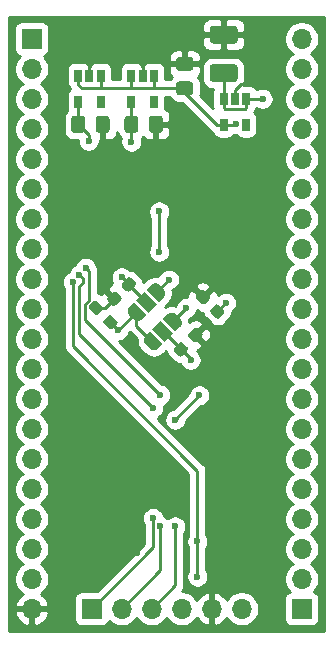
<source format=gbr>
G04 #@! TF.GenerationSoftware,KiCad,Pcbnew,(5.1.9-0-10_14)*
G04 #@! TF.CreationDate,2021-04-21T19:16:31+02:00*
G04 #@! TF.ProjectId,xilinx-cpld-breakout,78696c69-6e78-42d6-9370-6c642d627265,rev?*
G04 #@! TF.SameCoordinates,Original*
G04 #@! TF.FileFunction,Copper,L2,Bot*
G04 #@! TF.FilePolarity,Positive*
%FSLAX46Y46*%
G04 Gerber Fmt 4.6, Leading zero omitted, Abs format (unit mm)*
G04 Created by KiCad (PCBNEW (5.1.9-0-10_14)) date 2021-04-21 19:16:31*
%MOMM*%
%LPD*%
G01*
G04 APERTURE LIST*
G04 #@! TA.AperFunction,ComponentPad*
%ADD10O,1.700000X1.700000*%
G04 #@! TD*
G04 #@! TA.AperFunction,ComponentPad*
%ADD11R,1.700000X1.700000*%
G04 #@! TD*
G04 #@! TA.AperFunction,SMDPad,CuDef*
%ADD12R,0.650000X1.060000*%
G04 #@! TD*
G04 #@! TA.AperFunction,SMDPad,CuDef*
%ADD13C,0.100000*%
G04 #@! TD*
G04 #@! TA.AperFunction,ViaPad*
%ADD14C,0.600000*%
G04 #@! TD*
G04 #@! TA.AperFunction,ViaPad*
%ADD15C,0.800000*%
G04 #@! TD*
G04 #@! TA.AperFunction,Conductor*
%ADD16C,0.250000*%
G04 #@! TD*
G04 #@! TA.AperFunction,Conductor*
%ADD17C,0.254000*%
G04 #@! TD*
G04 #@! TA.AperFunction,Conductor*
%ADD18C,0.100000*%
G04 #@! TD*
G04 APERTURE END LIST*
G04 #@! TA.AperFunction,SMDPad,CuDef*
G36*
G01*
X109368632Y-136230992D02*
X109704508Y-136566868D01*
G75*
G02*
X109704508Y-136902744I-167938J-167938D01*
G01*
X109280244Y-137327008D01*
G75*
G02*
X108944368Y-137327008I-167938J167938D01*
G01*
X108608492Y-136991132D01*
G75*
G02*
X108608492Y-136655256I167938J167938D01*
G01*
X109032756Y-136230992D01*
G75*
G02*
X109368632Y-136230992I167938J-167938D01*
G01*
G37*
G04 #@! TD.AperFunction*
G04 #@! TA.AperFunction,SMDPad,CuDef*
G36*
G01*
X110588392Y-135011232D02*
X110924268Y-135347108D01*
G75*
G02*
X110924268Y-135682984I-167938J-167938D01*
G01*
X110500004Y-136107248D01*
G75*
G02*
X110164128Y-136107248I-167938J167938D01*
G01*
X109828252Y-135771372D01*
G75*
G02*
X109828252Y-135435496I167938J167938D01*
G01*
X110252516Y-135011232D01*
G75*
G02*
X110588392Y-135011232I167938J-167938D01*
G01*
G37*
G04 #@! TD.AperFunction*
D10*
X119380000Y-110490000D03*
X119380000Y-113030000D03*
X119380000Y-115570000D03*
X119380000Y-118110000D03*
X119380000Y-120650000D03*
X119380000Y-123190000D03*
X119380000Y-125730000D03*
X119380000Y-128270000D03*
X119380000Y-130810000D03*
X119380000Y-133350000D03*
X119380000Y-135890000D03*
X119380000Y-138430000D03*
X119380000Y-140970000D03*
X119380000Y-143510000D03*
X119380000Y-146050000D03*
X119380000Y-148590000D03*
X119380000Y-151130000D03*
X119380000Y-153670000D03*
X119380000Y-156210000D03*
D11*
X119380000Y-158750000D03*
D10*
X96520000Y-158750000D03*
X96520000Y-156210000D03*
X96520000Y-153670000D03*
X96520000Y-151130000D03*
X96520000Y-148590000D03*
X96520000Y-146050000D03*
X96520000Y-143510000D03*
X96520000Y-140970000D03*
X96520000Y-138430000D03*
X96520000Y-135890000D03*
X96520000Y-133350000D03*
X96520000Y-130810000D03*
X96520000Y-128270000D03*
X96520000Y-125730000D03*
X96520000Y-123190000D03*
X96520000Y-120650000D03*
X96520000Y-118110000D03*
X96520000Y-115570000D03*
X96520000Y-113030000D03*
D11*
X96520000Y-110490000D03*
D12*
X104968000Y-115801500D03*
X106868000Y-115801500D03*
X106868000Y-113601500D03*
X105918000Y-113601500D03*
X104968000Y-113601500D03*
X100457000Y-115801500D03*
X102357000Y-115801500D03*
X102357000Y-113601500D03*
X101407000Y-113601500D03*
X100457000Y-113601500D03*
X112776000Y-117770000D03*
X114676000Y-117770000D03*
X114676000Y-115570000D03*
X113726000Y-115570000D03*
X112776000Y-115570000D03*
G04 #@! TA.AperFunction,SMDPad,CuDef*
D13*
G36*
X107455723Y-134371117D02*
G01*
X108516383Y-135431777D01*
X107809277Y-136138883D01*
X106748617Y-135078223D01*
X107455723Y-134371117D01*
G37*
G04 #@! TD.AperFunction*
G04 #@! TA.AperFunction,SMDPad,CuDef*
G36*
X107243165Y-136704143D02*
G01*
X107225817Y-136721492D01*
X107187887Y-136752619D01*
X107147089Y-136779880D01*
X107103815Y-136803010D01*
X107058483Y-136821788D01*
X107011528Y-136836031D01*
X106963403Y-136845604D01*
X106914572Y-136850413D01*
X106865503Y-136850413D01*
X106816673Y-136845604D01*
X106768548Y-136836031D01*
X106721593Y-136821788D01*
X106676260Y-136803010D01*
X106632986Y-136779880D01*
X106592188Y-136752619D01*
X106554258Y-136721492D01*
X106536910Y-136704143D01*
X106536484Y-136704569D01*
X106182931Y-136351016D01*
X106183357Y-136350590D01*
X106166008Y-136333242D01*
X106134881Y-136295312D01*
X106107620Y-136254514D01*
X106084490Y-136211240D01*
X106065712Y-136165907D01*
X106051469Y-136118952D01*
X106041896Y-136070827D01*
X106037087Y-136021997D01*
X106037087Y-135972928D01*
X106041896Y-135924097D01*
X106051469Y-135875972D01*
X106065712Y-135829017D01*
X106084490Y-135783685D01*
X106107620Y-135740411D01*
X106134881Y-135699613D01*
X106166008Y-135661683D01*
X106183357Y-135644335D01*
X106182931Y-135643909D01*
X106571840Y-135255000D01*
X107632500Y-136315660D01*
X107243591Y-136704569D01*
X107243165Y-136704143D01*
G37*
G04 #@! TD.AperFunction*
G04 #@! TA.AperFunction,SMDPad,CuDef*
G36*
X107632500Y-134194340D02*
G01*
X108021409Y-133805431D01*
X108021835Y-133805857D01*
X108039183Y-133788508D01*
X108077113Y-133757381D01*
X108117911Y-133730120D01*
X108161185Y-133706990D01*
X108206517Y-133688212D01*
X108253472Y-133673969D01*
X108301597Y-133664396D01*
X108350428Y-133659587D01*
X108399497Y-133659587D01*
X108448327Y-133664396D01*
X108496452Y-133673969D01*
X108543407Y-133688212D01*
X108588740Y-133706990D01*
X108632014Y-133730120D01*
X108672812Y-133757381D01*
X108710742Y-133788508D01*
X108728090Y-133805857D01*
X108728516Y-133805431D01*
X109082069Y-134158984D01*
X109081643Y-134159410D01*
X109098992Y-134176758D01*
X109130119Y-134214688D01*
X109157380Y-134255486D01*
X109180510Y-134298760D01*
X109199288Y-134344093D01*
X109213531Y-134391048D01*
X109223104Y-134439173D01*
X109227913Y-134488003D01*
X109227913Y-134537072D01*
X109223104Y-134585903D01*
X109213531Y-134634028D01*
X109199288Y-134680983D01*
X109180510Y-134726315D01*
X109157380Y-134769589D01*
X109130119Y-134810387D01*
X109098992Y-134848317D01*
X109081643Y-134865665D01*
X109082069Y-134866091D01*
X108693160Y-135255000D01*
X107632500Y-134194340D01*
G37*
G04 #@! TD.AperFunction*
G04 #@! TA.AperFunction,SMDPad,CuDef*
G36*
X106058723Y-131894617D02*
G01*
X107119383Y-132955277D01*
X106412277Y-133662383D01*
X105351617Y-132601723D01*
X106058723Y-131894617D01*
G37*
G04 #@! TD.AperFunction*
G04 #@! TA.AperFunction,SMDPad,CuDef*
G36*
X105846165Y-134227643D02*
G01*
X105828817Y-134244992D01*
X105790887Y-134276119D01*
X105750089Y-134303380D01*
X105706815Y-134326510D01*
X105661483Y-134345288D01*
X105614528Y-134359531D01*
X105566403Y-134369104D01*
X105517572Y-134373913D01*
X105468503Y-134373913D01*
X105419673Y-134369104D01*
X105371548Y-134359531D01*
X105324593Y-134345288D01*
X105279260Y-134326510D01*
X105235986Y-134303380D01*
X105195188Y-134276119D01*
X105157258Y-134244992D01*
X105139910Y-134227643D01*
X105139484Y-134228069D01*
X104785931Y-133874516D01*
X104786357Y-133874090D01*
X104769008Y-133856742D01*
X104737881Y-133818812D01*
X104710620Y-133778014D01*
X104687490Y-133734740D01*
X104668712Y-133689407D01*
X104654469Y-133642452D01*
X104644896Y-133594327D01*
X104640087Y-133545497D01*
X104640087Y-133496428D01*
X104644896Y-133447597D01*
X104654469Y-133399472D01*
X104668712Y-133352517D01*
X104687490Y-133307185D01*
X104710620Y-133263911D01*
X104737881Y-133223113D01*
X104769008Y-133185183D01*
X104786357Y-133167835D01*
X104785931Y-133167409D01*
X105174840Y-132778500D01*
X106235500Y-133839160D01*
X105846591Y-134228069D01*
X105846165Y-134227643D01*
G37*
G04 #@! TD.AperFunction*
G04 #@! TA.AperFunction,SMDPad,CuDef*
G36*
X106235500Y-131717840D02*
G01*
X106624409Y-131328931D01*
X106624835Y-131329357D01*
X106642183Y-131312008D01*
X106680113Y-131280881D01*
X106720911Y-131253620D01*
X106764185Y-131230490D01*
X106809517Y-131211712D01*
X106856472Y-131197469D01*
X106904597Y-131187896D01*
X106953428Y-131183087D01*
X107002497Y-131183087D01*
X107051327Y-131187896D01*
X107099452Y-131197469D01*
X107146407Y-131211712D01*
X107191740Y-131230490D01*
X107235014Y-131253620D01*
X107275812Y-131280881D01*
X107313742Y-131312008D01*
X107331090Y-131329357D01*
X107331516Y-131328931D01*
X107685069Y-131682484D01*
X107684643Y-131682910D01*
X107701992Y-131700258D01*
X107733119Y-131738188D01*
X107760380Y-131778986D01*
X107783510Y-131822260D01*
X107802288Y-131867593D01*
X107816531Y-131914548D01*
X107826104Y-131962673D01*
X107830913Y-132011503D01*
X107830913Y-132060572D01*
X107826104Y-132109403D01*
X107816531Y-132157528D01*
X107802288Y-132204483D01*
X107783510Y-132249815D01*
X107760380Y-132293089D01*
X107733119Y-132333887D01*
X107701992Y-132371817D01*
X107684643Y-132389165D01*
X107685069Y-132389591D01*
X107296160Y-132778500D01*
X106235500Y-131717840D01*
G37*
G04 #@! TD.AperFunction*
D10*
X114300000Y-158750000D03*
X111760000Y-158750000D03*
X109220000Y-158750000D03*
X106680000Y-158750000D03*
X104140000Y-158750000D03*
D11*
X101600000Y-158750000D03*
G04 #@! TA.AperFunction,SMDPad,CuDef*
G36*
G01*
X106453000Y-118204000D02*
X106453000Y-117254000D01*
G75*
G02*
X106703000Y-117004000I250000J0D01*
G01*
X107378000Y-117004000D01*
G75*
G02*
X107628000Y-117254000I0J-250000D01*
G01*
X107628000Y-118204000D01*
G75*
G02*
X107378000Y-118454000I-250000J0D01*
G01*
X106703000Y-118454000D01*
G75*
G02*
X106453000Y-118204000I0J250000D01*
G01*
G37*
G04 #@! TD.AperFunction*
G04 #@! TA.AperFunction,SMDPad,CuDef*
G36*
G01*
X104378000Y-118204000D02*
X104378000Y-117254000D01*
G75*
G02*
X104628000Y-117004000I250000J0D01*
G01*
X105303000Y-117004000D01*
G75*
G02*
X105553000Y-117254000I0J-250000D01*
G01*
X105553000Y-118204000D01*
G75*
G02*
X105303000Y-118454000I-250000J0D01*
G01*
X104628000Y-118454000D01*
G75*
G02*
X104378000Y-118204000I0J250000D01*
G01*
G37*
G04 #@! TD.AperFunction*
G04 #@! TA.AperFunction,SMDPad,CuDef*
G36*
G01*
X101944500Y-118204000D02*
X101944500Y-117254000D01*
G75*
G02*
X102194500Y-117004000I250000J0D01*
G01*
X102869500Y-117004000D01*
G75*
G02*
X103119500Y-117254000I0J-250000D01*
G01*
X103119500Y-118204000D01*
G75*
G02*
X102869500Y-118454000I-250000J0D01*
G01*
X102194500Y-118454000D01*
G75*
G02*
X101944500Y-118204000I0J250000D01*
G01*
G37*
G04 #@! TD.AperFunction*
G04 #@! TA.AperFunction,SMDPad,CuDef*
G36*
G01*
X99869500Y-118204000D02*
X99869500Y-117254000D01*
G75*
G02*
X100119500Y-117004000I250000J0D01*
G01*
X100794500Y-117004000D01*
G75*
G02*
X101044500Y-117254000I0J-250000D01*
G01*
X101044500Y-118204000D01*
G75*
G02*
X100794500Y-118454000I-250000J0D01*
G01*
X100119500Y-118454000D01*
G75*
G02*
X99869500Y-118204000I0J250000D01*
G01*
G37*
G04 #@! TD.AperFunction*
G04 #@! TA.AperFunction,SMDPad,CuDef*
G36*
G01*
X109949000Y-113193500D02*
X108999000Y-113193500D01*
G75*
G02*
X108749000Y-112943500I0J250000D01*
G01*
X108749000Y-112268500D01*
G75*
G02*
X108999000Y-112018500I250000J0D01*
G01*
X109949000Y-112018500D01*
G75*
G02*
X110199000Y-112268500I0J-250000D01*
G01*
X110199000Y-112943500D01*
G75*
G02*
X109949000Y-113193500I-250000J0D01*
G01*
G37*
G04 #@! TD.AperFunction*
G04 #@! TA.AperFunction,SMDPad,CuDef*
G36*
G01*
X109949000Y-115268500D02*
X108999000Y-115268500D01*
G75*
G02*
X108749000Y-115018500I0J250000D01*
G01*
X108749000Y-114343500D01*
G75*
G02*
X108999000Y-114093500I250000J0D01*
G01*
X109949000Y-114093500D01*
G75*
G02*
X110199000Y-114343500I0J-250000D01*
G01*
X110199000Y-115018500D01*
G75*
G02*
X109949000Y-115268500I-250000J0D01*
G01*
G37*
G04 #@! TD.AperFunction*
G04 #@! TA.AperFunction,SMDPad,CuDef*
G36*
G01*
X113701000Y-110885000D02*
X111851000Y-110885000D01*
G75*
G02*
X111601000Y-110635000I0J250000D01*
G01*
X111601000Y-109635000D01*
G75*
G02*
X111851000Y-109385000I250000J0D01*
G01*
X113701000Y-109385000D01*
G75*
G02*
X113951000Y-109635000I0J-250000D01*
G01*
X113951000Y-110635000D01*
G75*
G02*
X113701000Y-110885000I-250000J0D01*
G01*
G37*
G04 #@! TD.AperFunction*
G04 #@! TA.AperFunction,SMDPad,CuDef*
G36*
G01*
X113701000Y-114135000D02*
X111851000Y-114135000D01*
G75*
G02*
X111601000Y-113885000I0J250000D01*
G01*
X111601000Y-112885000D01*
G75*
G02*
X111851000Y-112635000I250000J0D01*
G01*
X113701000Y-112635000D01*
G75*
G02*
X113951000Y-112885000I0J-250000D01*
G01*
X113951000Y-113885000D01*
G75*
G02*
X113701000Y-114135000I-250000J0D01*
G01*
G37*
G04 #@! TD.AperFunction*
G04 #@! TA.AperFunction,SMDPad,CuDef*
G36*
G01*
X104537748Y-131827628D02*
X104201872Y-131491752D01*
G75*
G02*
X104201872Y-131155876I167938J167938D01*
G01*
X104626136Y-130731612D01*
G75*
G02*
X104962012Y-130731612I167938J-167938D01*
G01*
X105297888Y-131067488D01*
G75*
G02*
X105297888Y-131403364I-167938J-167938D01*
G01*
X104873624Y-131827628D01*
G75*
G02*
X104537748Y-131827628I-167938J167938D01*
G01*
G37*
G04 #@! TD.AperFunction*
G04 #@! TA.AperFunction,SMDPad,CuDef*
G36*
G01*
X103317988Y-133047388D02*
X102982112Y-132711512D01*
G75*
G02*
X102982112Y-132375636I167938J167938D01*
G01*
X103406376Y-131951372D01*
G75*
G02*
X103742252Y-131951372I167938J-167938D01*
G01*
X104078128Y-132287248D01*
G75*
G02*
X104078128Y-132623124I-167938J-167938D01*
G01*
X103653864Y-133047388D01*
G75*
G02*
X103317988Y-133047388I-167938J167938D01*
G01*
G37*
G04 #@! TD.AperFunction*
G04 #@! TA.AperFunction,SMDPad,CuDef*
G36*
G01*
X102639492Y-134280868D02*
X102975368Y-133944992D01*
G75*
G02*
X103311244Y-133944992I167938J-167938D01*
G01*
X103735508Y-134369256D01*
G75*
G02*
X103735508Y-134705132I-167938J-167938D01*
G01*
X103399632Y-135041008D01*
G75*
G02*
X103063756Y-135041008I-167938J167938D01*
G01*
X102639492Y-134616744D01*
G75*
G02*
X102639492Y-134280868I167938J167938D01*
G01*
G37*
G04 #@! TD.AperFunction*
G04 #@! TA.AperFunction,SMDPad,CuDef*
G36*
G01*
X101419732Y-133061108D02*
X101755608Y-132725232D01*
G75*
G02*
X102091484Y-132725232I167938J-167938D01*
G01*
X102515748Y-133149496D01*
G75*
G02*
X102515748Y-133485372I-167938J-167938D01*
G01*
X102179872Y-133821248D01*
G75*
G02*
X101843996Y-133821248I-167938J167938D01*
G01*
X101419732Y-133396984D01*
G75*
G02*
X101419732Y-133061108I167938J167938D01*
G01*
G37*
G04 #@! TD.AperFunction*
G04 #@! TA.AperFunction,SMDPad,CuDef*
G36*
G01*
X111694872Y-133366748D02*
X112030748Y-133030872D01*
G75*
G02*
X112366624Y-133030872I167938J-167938D01*
G01*
X112790888Y-133455136D01*
G75*
G02*
X112790888Y-133791012I-167938J-167938D01*
G01*
X112455012Y-134126888D01*
G75*
G02*
X112119136Y-134126888I-167938J167938D01*
G01*
X111694872Y-133702624D01*
G75*
G02*
X111694872Y-133366748I167938J167938D01*
G01*
G37*
G04 #@! TD.AperFunction*
G04 #@! TA.AperFunction,SMDPad,CuDef*
G36*
G01*
X110475112Y-132146988D02*
X110810988Y-131811112D01*
G75*
G02*
X111146864Y-131811112I167938J-167938D01*
G01*
X111571128Y-132235376D01*
G75*
G02*
X111571128Y-132571252I-167938J-167938D01*
G01*
X111235252Y-132907128D01*
G75*
G02*
X110899376Y-132907128I-167938J167938D01*
G01*
X110475112Y-132482864D01*
G75*
G02*
X110475112Y-132146988I167938J167938D01*
G01*
G37*
G04 #@! TD.AperFunction*
D14*
X104965500Y-119189500D03*
X112966500Y-132842000D03*
X109601000Y-133286500D03*
X108140500Y-130873500D03*
X105410000Y-153987500D03*
X103949500Y-127127000D03*
X105156000Y-136144000D03*
D15*
X108774990Y-138430000D03*
D14*
X107315000Y-128524000D03*
X107315000Y-125095000D03*
X103865879Y-135171379D03*
X101346000Y-119126000D03*
X104140000Y-130683000D03*
X109982000Y-137668000D03*
X100012500Y-131064000D03*
X110553500Y-156019500D03*
X110553500Y-153035000D03*
X110717571Y-140675992D03*
X108674990Y-142748000D03*
X108674990Y-151765000D03*
X101092000Y-129857500D03*
X107424990Y-140652500D03*
X107424990Y-151765000D03*
X100565195Y-130459563D03*
X106799990Y-141732000D03*
X106799990Y-151066500D03*
X116078000Y-115570000D03*
X113792000Y-117729000D03*
D16*
X104968000Y-117726500D02*
X104965500Y-117729000D01*
X104968000Y-115801500D02*
X104968000Y-117726500D01*
X104965500Y-117729000D02*
X104965500Y-119189500D01*
X112242880Y-133565620D02*
X112966500Y-132842000D01*
X112242880Y-133578880D02*
X112242880Y-133565620D01*
X108551739Y-134335761D02*
X109601000Y-133286500D01*
X107154739Y-131859261D02*
X108140500Y-130873500D01*
X113726000Y-114790000D02*
X114216000Y-114300000D01*
X113726000Y-115570000D02*
X113726000Y-114790000D01*
X114216000Y-114300000D02*
X114935000Y-114300000D01*
X105918000Y-113601500D02*
X105918000Y-111887000D01*
X101407000Y-113601500D02*
X101407000Y-112080000D01*
X102756260Y-133273240D02*
X103530120Y-132499380D01*
X101967740Y-133273240D02*
X102756260Y-133273240D01*
X100457000Y-115801500D02*
X100457000Y-117729000D01*
X107315000Y-128524000D02*
X107315000Y-125095000D01*
X103865879Y-135171379D02*
X103187500Y-134493000D01*
X103865879Y-135148121D02*
X105316261Y-133697739D01*
X103865879Y-135171379D02*
X103865879Y-135148121D01*
X105316261Y-134777239D02*
X106713261Y-136174239D01*
X105316261Y-133697739D02*
X105316261Y-134777239D01*
X101346000Y-118618000D02*
X100457000Y-117729000D01*
X101346000Y-119126000D02*
X101346000Y-118618000D01*
X104153260Y-130683000D02*
X104749880Y-131279620D01*
X104140000Y-130683000D02*
X104153260Y-130683000D01*
X104749880Y-131292880D02*
X106235500Y-132778500D01*
X104749880Y-131279620D02*
X104749880Y-131292880D01*
X109982000Y-137604500D02*
X109156500Y-136779000D01*
X109982000Y-137668000D02*
X109982000Y-137604500D01*
X109156500Y-136779000D02*
X107632500Y-135255000D01*
X110553500Y-156019500D02*
X110553500Y-153035000D01*
X110553500Y-147038502D02*
X110553500Y-153035000D01*
X100012500Y-136497502D02*
X110553500Y-147038502D01*
X100012500Y-131064000D02*
X100012500Y-136497502D01*
X108674990Y-142718573D02*
X108674990Y-142748000D01*
X110717571Y-140675992D02*
X108674990Y-142718573D01*
X108674990Y-156755010D02*
X106680000Y-158750000D01*
X108674990Y-151765000D02*
X108674990Y-156755010D01*
X101092000Y-129857500D02*
X101391999Y-130157499D01*
X101391999Y-130157499D02*
X101391999Y-132629207D01*
X101391999Y-132629207D02*
X101025160Y-132996046D01*
X101025160Y-134252670D02*
X107424990Y-140652500D01*
X101025160Y-132996046D02*
X101025160Y-134252670D01*
X107424990Y-155465010D02*
X104140000Y-158750000D01*
X107424990Y-151765000D02*
X107424990Y-155465010D01*
X100565195Y-130459563D02*
X100690441Y-130584809D01*
X100565195Y-135497205D02*
X106799990Y-141732000D01*
X100565195Y-130459563D02*
X100865194Y-130759562D01*
X100865194Y-130759562D02*
X100865194Y-131136308D01*
X100865194Y-131136308D02*
X100565195Y-131436307D01*
X100565195Y-131436307D02*
X100565195Y-135497205D01*
X106799990Y-153550010D02*
X101600000Y-158750000D01*
X106799990Y-151066500D02*
X106799990Y-153550010D01*
X112776000Y-115570000D02*
X112776000Y-113385000D01*
X114676000Y-116350000D02*
X114676000Y-115570000D01*
X114600999Y-116425001D02*
X114676000Y-116350000D01*
X112851001Y-116425001D02*
X114600999Y-116425001D01*
X112776000Y-116350000D02*
X112851001Y-116425001D01*
X112776000Y-115570000D02*
X112776000Y-116350000D01*
X114676000Y-115570000D02*
X116078000Y-115570000D01*
X100756500Y-114681000D02*
X100457000Y-114381500D01*
X100457000Y-114381500D02*
X100457000Y-113601500D01*
X102357000Y-114549000D02*
X102489000Y-114681000D01*
X102489000Y-114681000D02*
X100756500Y-114681000D01*
X102357000Y-113601500D02*
X102357000Y-114549000D01*
X104968000Y-113601500D02*
X104968000Y-114620000D01*
X105029000Y-114681000D02*
X102489000Y-114681000D01*
X104968000Y-114620000D02*
X105029000Y-114681000D01*
X106868000Y-114615000D02*
X106934000Y-114681000D01*
X106868000Y-113601500D02*
X106868000Y-114615000D01*
X106934000Y-114681000D02*
X105029000Y-114681000D01*
X109474000Y-114681000D02*
X106934000Y-114681000D01*
X113751000Y-117770000D02*
X113792000Y-117729000D01*
X112776000Y-117770000D02*
X113751000Y-117770000D01*
X109474000Y-115043000D02*
X109474000Y-114681000D01*
X112201000Y-117770000D02*
X109474000Y-115043000D01*
X112776000Y-117770000D02*
X112201000Y-117770000D01*
D17*
X121260001Y-160630000D02*
X94640000Y-160630000D01*
X94640000Y-159106890D01*
X95078524Y-159106890D01*
X95123175Y-159254099D01*
X95248359Y-159516920D01*
X95422412Y-159750269D01*
X95638645Y-159945178D01*
X95888748Y-160094157D01*
X96163109Y-160191481D01*
X96393000Y-160070814D01*
X96393000Y-158877000D01*
X96647000Y-158877000D01*
X96647000Y-160070814D01*
X96876891Y-160191481D01*
X97151252Y-160094157D01*
X97401355Y-159945178D01*
X97617588Y-159750269D01*
X97791641Y-159516920D01*
X97916825Y-159254099D01*
X97961476Y-159106890D01*
X97840155Y-158877000D01*
X96647000Y-158877000D01*
X96393000Y-158877000D01*
X95199845Y-158877000D01*
X95078524Y-159106890D01*
X94640000Y-159106890D01*
X94640000Y-109640000D01*
X95031928Y-109640000D01*
X95031928Y-111340000D01*
X95044188Y-111464482D01*
X95080498Y-111584180D01*
X95139463Y-111694494D01*
X95218815Y-111791185D01*
X95315506Y-111870537D01*
X95425820Y-111929502D01*
X95498380Y-111951513D01*
X95366525Y-112083368D01*
X95204010Y-112326589D01*
X95092068Y-112596842D01*
X95035000Y-112883740D01*
X95035000Y-113176260D01*
X95092068Y-113463158D01*
X95204010Y-113733411D01*
X95366525Y-113976632D01*
X95573368Y-114183475D01*
X95747760Y-114300000D01*
X95573368Y-114416525D01*
X95366525Y-114623368D01*
X95204010Y-114866589D01*
X95092068Y-115136842D01*
X95035000Y-115423740D01*
X95035000Y-115716260D01*
X95092068Y-116003158D01*
X95204010Y-116273411D01*
X95366525Y-116516632D01*
X95573368Y-116723475D01*
X95747760Y-116840000D01*
X95573368Y-116956525D01*
X95366525Y-117163368D01*
X95204010Y-117406589D01*
X95092068Y-117676842D01*
X95035000Y-117963740D01*
X95035000Y-118256260D01*
X95092068Y-118543158D01*
X95204010Y-118813411D01*
X95366525Y-119056632D01*
X95573368Y-119263475D01*
X95747760Y-119380000D01*
X95573368Y-119496525D01*
X95366525Y-119703368D01*
X95204010Y-119946589D01*
X95092068Y-120216842D01*
X95035000Y-120503740D01*
X95035000Y-120796260D01*
X95092068Y-121083158D01*
X95204010Y-121353411D01*
X95366525Y-121596632D01*
X95573368Y-121803475D01*
X95747760Y-121920000D01*
X95573368Y-122036525D01*
X95366525Y-122243368D01*
X95204010Y-122486589D01*
X95092068Y-122756842D01*
X95035000Y-123043740D01*
X95035000Y-123336260D01*
X95092068Y-123623158D01*
X95204010Y-123893411D01*
X95366525Y-124136632D01*
X95573368Y-124343475D01*
X95747760Y-124460000D01*
X95573368Y-124576525D01*
X95366525Y-124783368D01*
X95204010Y-125026589D01*
X95092068Y-125296842D01*
X95035000Y-125583740D01*
X95035000Y-125876260D01*
X95092068Y-126163158D01*
X95204010Y-126433411D01*
X95366525Y-126676632D01*
X95573368Y-126883475D01*
X95747760Y-127000000D01*
X95573368Y-127116525D01*
X95366525Y-127323368D01*
X95204010Y-127566589D01*
X95092068Y-127836842D01*
X95035000Y-128123740D01*
X95035000Y-128416260D01*
X95092068Y-128703158D01*
X95204010Y-128973411D01*
X95366525Y-129216632D01*
X95573368Y-129423475D01*
X95747760Y-129540000D01*
X95573368Y-129656525D01*
X95366525Y-129863368D01*
X95204010Y-130106589D01*
X95092068Y-130376842D01*
X95035000Y-130663740D01*
X95035000Y-130956260D01*
X95092068Y-131243158D01*
X95204010Y-131513411D01*
X95366525Y-131756632D01*
X95573368Y-131963475D01*
X95747760Y-132080000D01*
X95573368Y-132196525D01*
X95366525Y-132403368D01*
X95204010Y-132646589D01*
X95092068Y-132916842D01*
X95035000Y-133203740D01*
X95035000Y-133496260D01*
X95092068Y-133783158D01*
X95204010Y-134053411D01*
X95366525Y-134296632D01*
X95573368Y-134503475D01*
X95747760Y-134620000D01*
X95573368Y-134736525D01*
X95366525Y-134943368D01*
X95204010Y-135186589D01*
X95092068Y-135456842D01*
X95035000Y-135743740D01*
X95035000Y-136036260D01*
X95092068Y-136323158D01*
X95204010Y-136593411D01*
X95366525Y-136836632D01*
X95573368Y-137043475D01*
X95747760Y-137160000D01*
X95573368Y-137276525D01*
X95366525Y-137483368D01*
X95204010Y-137726589D01*
X95092068Y-137996842D01*
X95035000Y-138283740D01*
X95035000Y-138576260D01*
X95092068Y-138863158D01*
X95204010Y-139133411D01*
X95366525Y-139376632D01*
X95573368Y-139583475D01*
X95747760Y-139700000D01*
X95573368Y-139816525D01*
X95366525Y-140023368D01*
X95204010Y-140266589D01*
X95092068Y-140536842D01*
X95035000Y-140823740D01*
X95035000Y-141116260D01*
X95092068Y-141403158D01*
X95204010Y-141673411D01*
X95366525Y-141916632D01*
X95573368Y-142123475D01*
X95747760Y-142240000D01*
X95573368Y-142356525D01*
X95366525Y-142563368D01*
X95204010Y-142806589D01*
X95092068Y-143076842D01*
X95035000Y-143363740D01*
X95035000Y-143656260D01*
X95092068Y-143943158D01*
X95204010Y-144213411D01*
X95366525Y-144456632D01*
X95573368Y-144663475D01*
X95747760Y-144780000D01*
X95573368Y-144896525D01*
X95366525Y-145103368D01*
X95204010Y-145346589D01*
X95092068Y-145616842D01*
X95035000Y-145903740D01*
X95035000Y-146196260D01*
X95092068Y-146483158D01*
X95204010Y-146753411D01*
X95366525Y-146996632D01*
X95573368Y-147203475D01*
X95747760Y-147320000D01*
X95573368Y-147436525D01*
X95366525Y-147643368D01*
X95204010Y-147886589D01*
X95092068Y-148156842D01*
X95035000Y-148443740D01*
X95035000Y-148736260D01*
X95092068Y-149023158D01*
X95204010Y-149293411D01*
X95366525Y-149536632D01*
X95573368Y-149743475D01*
X95747760Y-149860000D01*
X95573368Y-149976525D01*
X95366525Y-150183368D01*
X95204010Y-150426589D01*
X95092068Y-150696842D01*
X95035000Y-150983740D01*
X95035000Y-151276260D01*
X95092068Y-151563158D01*
X95204010Y-151833411D01*
X95366525Y-152076632D01*
X95573368Y-152283475D01*
X95747760Y-152400000D01*
X95573368Y-152516525D01*
X95366525Y-152723368D01*
X95204010Y-152966589D01*
X95092068Y-153236842D01*
X95035000Y-153523740D01*
X95035000Y-153816260D01*
X95092068Y-154103158D01*
X95204010Y-154373411D01*
X95366525Y-154616632D01*
X95573368Y-154823475D01*
X95747760Y-154940000D01*
X95573368Y-155056525D01*
X95366525Y-155263368D01*
X95204010Y-155506589D01*
X95092068Y-155776842D01*
X95035000Y-156063740D01*
X95035000Y-156356260D01*
X95092068Y-156643158D01*
X95204010Y-156913411D01*
X95366525Y-157156632D01*
X95573368Y-157363475D01*
X95755534Y-157485195D01*
X95638645Y-157554822D01*
X95422412Y-157749731D01*
X95248359Y-157983080D01*
X95123175Y-158245901D01*
X95078524Y-158393110D01*
X95199845Y-158623000D01*
X96393000Y-158623000D01*
X96393000Y-158603000D01*
X96647000Y-158603000D01*
X96647000Y-158623000D01*
X97840155Y-158623000D01*
X97961476Y-158393110D01*
X97916825Y-158245901D01*
X97791641Y-157983080D01*
X97729673Y-157900000D01*
X100111928Y-157900000D01*
X100111928Y-159600000D01*
X100124188Y-159724482D01*
X100160498Y-159844180D01*
X100219463Y-159954494D01*
X100298815Y-160051185D01*
X100395506Y-160130537D01*
X100505820Y-160189502D01*
X100625518Y-160225812D01*
X100750000Y-160238072D01*
X102450000Y-160238072D01*
X102574482Y-160225812D01*
X102694180Y-160189502D01*
X102804494Y-160130537D01*
X102901185Y-160051185D01*
X102980537Y-159954494D01*
X103039502Y-159844180D01*
X103061513Y-159771620D01*
X103193368Y-159903475D01*
X103436589Y-160065990D01*
X103706842Y-160177932D01*
X103993740Y-160235000D01*
X104286260Y-160235000D01*
X104573158Y-160177932D01*
X104843411Y-160065990D01*
X105086632Y-159903475D01*
X105293475Y-159696632D01*
X105410000Y-159522240D01*
X105526525Y-159696632D01*
X105733368Y-159903475D01*
X105976589Y-160065990D01*
X106246842Y-160177932D01*
X106533740Y-160235000D01*
X106826260Y-160235000D01*
X107113158Y-160177932D01*
X107383411Y-160065990D01*
X107626632Y-159903475D01*
X107833475Y-159696632D01*
X107950000Y-159522240D01*
X108066525Y-159696632D01*
X108273368Y-159903475D01*
X108516589Y-160065990D01*
X108786842Y-160177932D01*
X109073740Y-160235000D01*
X109366260Y-160235000D01*
X109653158Y-160177932D01*
X109923411Y-160065990D01*
X110166632Y-159903475D01*
X110373475Y-159696632D01*
X110495195Y-159514466D01*
X110564822Y-159631355D01*
X110759731Y-159847588D01*
X110993080Y-160021641D01*
X111255901Y-160146825D01*
X111403110Y-160191476D01*
X111633000Y-160070155D01*
X111633000Y-158877000D01*
X111613000Y-158877000D01*
X111613000Y-158623000D01*
X111633000Y-158623000D01*
X111633000Y-157429845D01*
X111887000Y-157429845D01*
X111887000Y-158623000D01*
X111907000Y-158623000D01*
X111907000Y-158877000D01*
X111887000Y-158877000D01*
X111887000Y-160070155D01*
X112116890Y-160191476D01*
X112264099Y-160146825D01*
X112526920Y-160021641D01*
X112760269Y-159847588D01*
X112955178Y-159631355D01*
X113024805Y-159514466D01*
X113146525Y-159696632D01*
X113353368Y-159903475D01*
X113596589Y-160065990D01*
X113866842Y-160177932D01*
X114153740Y-160235000D01*
X114446260Y-160235000D01*
X114733158Y-160177932D01*
X115003411Y-160065990D01*
X115246632Y-159903475D01*
X115453475Y-159696632D01*
X115615990Y-159453411D01*
X115727932Y-159183158D01*
X115785000Y-158896260D01*
X115785000Y-158603740D01*
X115727932Y-158316842D01*
X115615990Y-158046589D01*
X115518043Y-157900000D01*
X117891928Y-157900000D01*
X117891928Y-159600000D01*
X117904188Y-159724482D01*
X117940498Y-159844180D01*
X117999463Y-159954494D01*
X118078815Y-160051185D01*
X118175506Y-160130537D01*
X118285820Y-160189502D01*
X118405518Y-160225812D01*
X118530000Y-160238072D01*
X120230000Y-160238072D01*
X120354482Y-160225812D01*
X120474180Y-160189502D01*
X120584494Y-160130537D01*
X120681185Y-160051185D01*
X120760537Y-159954494D01*
X120819502Y-159844180D01*
X120855812Y-159724482D01*
X120868072Y-159600000D01*
X120868072Y-157900000D01*
X120855812Y-157775518D01*
X120819502Y-157655820D01*
X120760537Y-157545506D01*
X120681185Y-157448815D01*
X120584494Y-157369463D01*
X120474180Y-157310498D01*
X120401620Y-157288487D01*
X120533475Y-157156632D01*
X120695990Y-156913411D01*
X120807932Y-156643158D01*
X120865000Y-156356260D01*
X120865000Y-156063740D01*
X120807932Y-155776842D01*
X120695990Y-155506589D01*
X120533475Y-155263368D01*
X120326632Y-155056525D01*
X120152240Y-154940000D01*
X120326632Y-154823475D01*
X120533475Y-154616632D01*
X120695990Y-154373411D01*
X120807932Y-154103158D01*
X120865000Y-153816260D01*
X120865000Y-153523740D01*
X120807932Y-153236842D01*
X120695990Y-152966589D01*
X120533475Y-152723368D01*
X120326632Y-152516525D01*
X120152240Y-152400000D01*
X120326632Y-152283475D01*
X120533475Y-152076632D01*
X120695990Y-151833411D01*
X120807932Y-151563158D01*
X120865000Y-151276260D01*
X120865000Y-150983740D01*
X120807932Y-150696842D01*
X120695990Y-150426589D01*
X120533475Y-150183368D01*
X120326632Y-149976525D01*
X120152240Y-149860000D01*
X120326632Y-149743475D01*
X120533475Y-149536632D01*
X120695990Y-149293411D01*
X120807932Y-149023158D01*
X120865000Y-148736260D01*
X120865000Y-148443740D01*
X120807932Y-148156842D01*
X120695990Y-147886589D01*
X120533475Y-147643368D01*
X120326632Y-147436525D01*
X120152240Y-147320000D01*
X120326632Y-147203475D01*
X120533475Y-146996632D01*
X120695990Y-146753411D01*
X120807932Y-146483158D01*
X120865000Y-146196260D01*
X120865000Y-145903740D01*
X120807932Y-145616842D01*
X120695990Y-145346589D01*
X120533475Y-145103368D01*
X120326632Y-144896525D01*
X120152240Y-144780000D01*
X120326632Y-144663475D01*
X120533475Y-144456632D01*
X120695990Y-144213411D01*
X120807932Y-143943158D01*
X120865000Y-143656260D01*
X120865000Y-143363740D01*
X120807932Y-143076842D01*
X120695990Y-142806589D01*
X120533475Y-142563368D01*
X120326632Y-142356525D01*
X120152240Y-142240000D01*
X120326632Y-142123475D01*
X120533475Y-141916632D01*
X120695990Y-141673411D01*
X120807932Y-141403158D01*
X120865000Y-141116260D01*
X120865000Y-140823740D01*
X120807932Y-140536842D01*
X120695990Y-140266589D01*
X120533475Y-140023368D01*
X120326632Y-139816525D01*
X120152240Y-139700000D01*
X120326632Y-139583475D01*
X120533475Y-139376632D01*
X120695990Y-139133411D01*
X120807932Y-138863158D01*
X120865000Y-138576260D01*
X120865000Y-138283740D01*
X120807932Y-137996842D01*
X120695990Y-137726589D01*
X120533475Y-137483368D01*
X120326632Y-137276525D01*
X120152240Y-137160000D01*
X120326632Y-137043475D01*
X120533475Y-136836632D01*
X120695990Y-136593411D01*
X120807932Y-136323158D01*
X120865000Y-136036260D01*
X120865000Y-135743740D01*
X120807932Y-135456842D01*
X120695990Y-135186589D01*
X120533475Y-134943368D01*
X120326632Y-134736525D01*
X120152240Y-134620000D01*
X120326632Y-134503475D01*
X120533475Y-134296632D01*
X120695990Y-134053411D01*
X120807932Y-133783158D01*
X120865000Y-133496260D01*
X120865000Y-133203740D01*
X120807932Y-132916842D01*
X120695990Y-132646589D01*
X120533475Y-132403368D01*
X120326632Y-132196525D01*
X120152240Y-132080000D01*
X120326632Y-131963475D01*
X120533475Y-131756632D01*
X120695990Y-131513411D01*
X120807932Y-131243158D01*
X120865000Y-130956260D01*
X120865000Y-130663740D01*
X120807932Y-130376842D01*
X120695990Y-130106589D01*
X120533475Y-129863368D01*
X120326632Y-129656525D01*
X120152240Y-129540000D01*
X120326632Y-129423475D01*
X120533475Y-129216632D01*
X120695990Y-128973411D01*
X120807932Y-128703158D01*
X120865000Y-128416260D01*
X120865000Y-128123740D01*
X120807932Y-127836842D01*
X120695990Y-127566589D01*
X120533475Y-127323368D01*
X120326632Y-127116525D01*
X120152240Y-127000000D01*
X120326632Y-126883475D01*
X120533475Y-126676632D01*
X120695990Y-126433411D01*
X120807932Y-126163158D01*
X120865000Y-125876260D01*
X120865000Y-125583740D01*
X120807932Y-125296842D01*
X120695990Y-125026589D01*
X120533475Y-124783368D01*
X120326632Y-124576525D01*
X120152240Y-124460000D01*
X120326632Y-124343475D01*
X120533475Y-124136632D01*
X120695990Y-123893411D01*
X120807932Y-123623158D01*
X120865000Y-123336260D01*
X120865000Y-123043740D01*
X120807932Y-122756842D01*
X120695990Y-122486589D01*
X120533475Y-122243368D01*
X120326632Y-122036525D01*
X120152240Y-121920000D01*
X120326632Y-121803475D01*
X120533475Y-121596632D01*
X120695990Y-121353411D01*
X120807932Y-121083158D01*
X120865000Y-120796260D01*
X120865000Y-120503740D01*
X120807932Y-120216842D01*
X120695990Y-119946589D01*
X120533475Y-119703368D01*
X120326632Y-119496525D01*
X120152240Y-119380000D01*
X120326632Y-119263475D01*
X120533475Y-119056632D01*
X120695990Y-118813411D01*
X120807932Y-118543158D01*
X120865000Y-118256260D01*
X120865000Y-117963740D01*
X120807932Y-117676842D01*
X120695990Y-117406589D01*
X120533475Y-117163368D01*
X120326632Y-116956525D01*
X120152240Y-116840000D01*
X120326632Y-116723475D01*
X120533475Y-116516632D01*
X120695990Y-116273411D01*
X120807932Y-116003158D01*
X120865000Y-115716260D01*
X120865000Y-115423740D01*
X120807932Y-115136842D01*
X120695990Y-114866589D01*
X120533475Y-114623368D01*
X120326632Y-114416525D01*
X120152240Y-114300000D01*
X120326632Y-114183475D01*
X120533475Y-113976632D01*
X120695990Y-113733411D01*
X120807932Y-113463158D01*
X120865000Y-113176260D01*
X120865000Y-112883740D01*
X120807932Y-112596842D01*
X120695990Y-112326589D01*
X120533475Y-112083368D01*
X120326632Y-111876525D01*
X120152240Y-111760000D01*
X120326632Y-111643475D01*
X120533475Y-111436632D01*
X120695990Y-111193411D01*
X120807932Y-110923158D01*
X120865000Y-110636260D01*
X120865000Y-110343740D01*
X120807932Y-110056842D01*
X120695990Y-109786589D01*
X120533475Y-109543368D01*
X120326632Y-109336525D01*
X120083411Y-109174010D01*
X119813158Y-109062068D01*
X119526260Y-109005000D01*
X119233740Y-109005000D01*
X118946842Y-109062068D01*
X118676589Y-109174010D01*
X118433368Y-109336525D01*
X118226525Y-109543368D01*
X118064010Y-109786589D01*
X117952068Y-110056842D01*
X117895000Y-110343740D01*
X117895000Y-110636260D01*
X117952068Y-110923158D01*
X118064010Y-111193411D01*
X118226525Y-111436632D01*
X118433368Y-111643475D01*
X118607760Y-111760000D01*
X118433368Y-111876525D01*
X118226525Y-112083368D01*
X118064010Y-112326589D01*
X117952068Y-112596842D01*
X117895000Y-112883740D01*
X117895000Y-113176260D01*
X117952068Y-113463158D01*
X118064010Y-113733411D01*
X118226525Y-113976632D01*
X118433368Y-114183475D01*
X118607760Y-114300000D01*
X118433368Y-114416525D01*
X118226525Y-114623368D01*
X118064010Y-114866589D01*
X117952068Y-115136842D01*
X117895000Y-115423740D01*
X117895000Y-115716260D01*
X117952068Y-116003158D01*
X118064010Y-116273411D01*
X118226525Y-116516632D01*
X118433368Y-116723475D01*
X118607760Y-116840000D01*
X118433368Y-116956525D01*
X118226525Y-117163368D01*
X118064010Y-117406589D01*
X117952068Y-117676842D01*
X117895000Y-117963740D01*
X117895000Y-118256260D01*
X117952068Y-118543158D01*
X118064010Y-118813411D01*
X118226525Y-119056632D01*
X118433368Y-119263475D01*
X118607760Y-119380000D01*
X118433368Y-119496525D01*
X118226525Y-119703368D01*
X118064010Y-119946589D01*
X117952068Y-120216842D01*
X117895000Y-120503740D01*
X117895000Y-120796260D01*
X117952068Y-121083158D01*
X118064010Y-121353411D01*
X118226525Y-121596632D01*
X118433368Y-121803475D01*
X118607760Y-121920000D01*
X118433368Y-122036525D01*
X118226525Y-122243368D01*
X118064010Y-122486589D01*
X117952068Y-122756842D01*
X117895000Y-123043740D01*
X117895000Y-123336260D01*
X117952068Y-123623158D01*
X118064010Y-123893411D01*
X118226525Y-124136632D01*
X118433368Y-124343475D01*
X118607760Y-124460000D01*
X118433368Y-124576525D01*
X118226525Y-124783368D01*
X118064010Y-125026589D01*
X117952068Y-125296842D01*
X117895000Y-125583740D01*
X117895000Y-125876260D01*
X117952068Y-126163158D01*
X118064010Y-126433411D01*
X118226525Y-126676632D01*
X118433368Y-126883475D01*
X118607760Y-127000000D01*
X118433368Y-127116525D01*
X118226525Y-127323368D01*
X118064010Y-127566589D01*
X117952068Y-127836842D01*
X117895000Y-128123740D01*
X117895000Y-128416260D01*
X117952068Y-128703158D01*
X118064010Y-128973411D01*
X118226525Y-129216632D01*
X118433368Y-129423475D01*
X118607760Y-129540000D01*
X118433368Y-129656525D01*
X118226525Y-129863368D01*
X118064010Y-130106589D01*
X117952068Y-130376842D01*
X117895000Y-130663740D01*
X117895000Y-130956260D01*
X117952068Y-131243158D01*
X118064010Y-131513411D01*
X118226525Y-131756632D01*
X118433368Y-131963475D01*
X118607760Y-132080000D01*
X118433368Y-132196525D01*
X118226525Y-132403368D01*
X118064010Y-132646589D01*
X117952068Y-132916842D01*
X117895000Y-133203740D01*
X117895000Y-133496260D01*
X117952068Y-133783158D01*
X118064010Y-134053411D01*
X118226525Y-134296632D01*
X118433368Y-134503475D01*
X118607760Y-134620000D01*
X118433368Y-134736525D01*
X118226525Y-134943368D01*
X118064010Y-135186589D01*
X117952068Y-135456842D01*
X117895000Y-135743740D01*
X117895000Y-136036260D01*
X117952068Y-136323158D01*
X118064010Y-136593411D01*
X118226525Y-136836632D01*
X118433368Y-137043475D01*
X118607760Y-137160000D01*
X118433368Y-137276525D01*
X118226525Y-137483368D01*
X118064010Y-137726589D01*
X117952068Y-137996842D01*
X117895000Y-138283740D01*
X117895000Y-138576260D01*
X117952068Y-138863158D01*
X118064010Y-139133411D01*
X118226525Y-139376632D01*
X118433368Y-139583475D01*
X118607760Y-139700000D01*
X118433368Y-139816525D01*
X118226525Y-140023368D01*
X118064010Y-140266589D01*
X117952068Y-140536842D01*
X117895000Y-140823740D01*
X117895000Y-141116260D01*
X117952068Y-141403158D01*
X118064010Y-141673411D01*
X118226525Y-141916632D01*
X118433368Y-142123475D01*
X118607760Y-142240000D01*
X118433368Y-142356525D01*
X118226525Y-142563368D01*
X118064010Y-142806589D01*
X117952068Y-143076842D01*
X117895000Y-143363740D01*
X117895000Y-143656260D01*
X117952068Y-143943158D01*
X118064010Y-144213411D01*
X118226525Y-144456632D01*
X118433368Y-144663475D01*
X118607760Y-144780000D01*
X118433368Y-144896525D01*
X118226525Y-145103368D01*
X118064010Y-145346589D01*
X117952068Y-145616842D01*
X117895000Y-145903740D01*
X117895000Y-146196260D01*
X117952068Y-146483158D01*
X118064010Y-146753411D01*
X118226525Y-146996632D01*
X118433368Y-147203475D01*
X118607760Y-147320000D01*
X118433368Y-147436525D01*
X118226525Y-147643368D01*
X118064010Y-147886589D01*
X117952068Y-148156842D01*
X117895000Y-148443740D01*
X117895000Y-148736260D01*
X117952068Y-149023158D01*
X118064010Y-149293411D01*
X118226525Y-149536632D01*
X118433368Y-149743475D01*
X118607760Y-149860000D01*
X118433368Y-149976525D01*
X118226525Y-150183368D01*
X118064010Y-150426589D01*
X117952068Y-150696842D01*
X117895000Y-150983740D01*
X117895000Y-151276260D01*
X117952068Y-151563158D01*
X118064010Y-151833411D01*
X118226525Y-152076632D01*
X118433368Y-152283475D01*
X118607760Y-152400000D01*
X118433368Y-152516525D01*
X118226525Y-152723368D01*
X118064010Y-152966589D01*
X117952068Y-153236842D01*
X117895000Y-153523740D01*
X117895000Y-153816260D01*
X117952068Y-154103158D01*
X118064010Y-154373411D01*
X118226525Y-154616632D01*
X118433368Y-154823475D01*
X118607760Y-154940000D01*
X118433368Y-155056525D01*
X118226525Y-155263368D01*
X118064010Y-155506589D01*
X117952068Y-155776842D01*
X117895000Y-156063740D01*
X117895000Y-156356260D01*
X117952068Y-156643158D01*
X118064010Y-156913411D01*
X118226525Y-157156632D01*
X118358380Y-157288487D01*
X118285820Y-157310498D01*
X118175506Y-157369463D01*
X118078815Y-157448815D01*
X117999463Y-157545506D01*
X117940498Y-157655820D01*
X117904188Y-157775518D01*
X117891928Y-157900000D01*
X115518043Y-157900000D01*
X115453475Y-157803368D01*
X115246632Y-157596525D01*
X115003411Y-157434010D01*
X114733158Y-157322068D01*
X114446260Y-157265000D01*
X114153740Y-157265000D01*
X113866842Y-157322068D01*
X113596589Y-157434010D01*
X113353368Y-157596525D01*
X113146525Y-157803368D01*
X113024805Y-157985534D01*
X112955178Y-157868645D01*
X112760269Y-157652412D01*
X112526920Y-157478359D01*
X112264099Y-157353175D01*
X112116890Y-157308524D01*
X111887000Y-157429845D01*
X111633000Y-157429845D01*
X111403110Y-157308524D01*
X111255901Y-157353175D01*
X110993080Y-157478359D01*
X110759731Y-157652412D01*
X110564822Y-157868645D01*
X110495195Y-157985534D01*
X110373475Y-157803368D01*
X110166632Y-157596525D01*
X109923411Y-157434010D01*
X109653158Y-157322068D01*
X109366260Y-157265000D01*
X109239620Y-157265000D01*
X109242142Y-157261928D01*
X109309964Y-157179287D01*
X109380536Y-157047257D01*
X109423993Y-156903996D01*
X109434990Y-156792343D01*
X109434990Y-156792333D01*
X109438666Y-156755010D01*
X109434990Y-156717687D01*
X109434990Y-152310535D01*
X109503576Y-152207889D01*
X109574058Y-152037729D01*
X109609990Y-151857089D01*
X109609990Y-151672911D01*
X109574058Y-151492271D01*
X109503576Y-151322111D01*
X109401252Y-151168972D01*
X109271018Y-151038738D01*
X109117879Y-150936414D01*
X108947719Y-150865932D01*
X108767079Y-150830000D01*
X108582901Y-150830000D01*
X108402261Y-150865932D01*
X108232101Y-150936414D01*
X108078962Y-151038738D01*
X108049990Y-151067710D01*
X108021018Y-151038738D01*
X107867879Y-150936414D01*
X107714821Y-150873016D01*
X107699058Y-150793771D01*
X107628576Y-150623611D01*
X107526252Y-150470472D01*
X107396018Y-150340238D01*
X107242879Y-150237914D01*
X107072719Y-150167432D01*
X106892079Y-150131500D01*
X106707901Y-150131500D01*
X106527261Y-150167432D01*
X106357101Y-150237914D01*
X106203962Y-150340238D01*
X106073728Y-150470472D01*
X105971404Y-150623611D01*
X105900922Y-150793771D01*
X105864990Y-150974411D01*
X105864990Y-151158589D01*
X105900922Y-151339229D01*
X105971404Y-151509389D01*
X106039990Y-151612036D01*
X106039991Y-153235206D01*
X102013271Y-157261928D01*
X100750000Y-157261928D01*
X100625518Y-157274188D01*
X100505820Y-157310498D01*
X100395506Y-157369463D01*
X100298815Y-157448815D01*
X100219463Y-157545506D01*
X100160498Y-157655820D01*
X100124188Y-157775518D01*
X100111928Y-157900000D01*
X97729673Y-157900000D01*
X97617588Y-157749731D01*
X97401355Y-157554822D01*
X97284466Y-157485195D01*
X97466632Y-157363475D01*
X97673475Y-157156632D01*
X97835990Y-156913411D01*
X97947932Y-156643158D01*
X98005000Y-156356260D01*
X98005000Y-156063740D01*
X97947932Y-155776842D01*
X97835990Y-155506589D01*
X97673475Y-155263368D01*
X97466632Y-155056525D01*
X97292240Y-154940000D01*
X97466632Y-154823475D01*
X97673475Y-154616632D01*
X97835990Y-154373411D01*
X97947932Y-154103158D01*
X98005000Y-153816260D01*
X98005000Y-153523740D01*
X97947932Y-153236842D01*
X97835990Y-152966589D01*
X97673475Y-152723368D01*
X97466632Y-152516525D01*
X97292240Y-152400000D01*
X97466632Y-152283475D01*
X97673475Y-152076632D01*
X97835990Y-151833411D01*
X97947932Y-151563158D01*
X98005000Y-151276260D01*
X98005000Y-150983740D01*
X97947932Y-150696842D01*
X97835990Y-150426589D01*
X97673475Y-150183368D01*
X97466632Y-149976525D01*
X97292240Y-149860000D01*
X97466632Y-149743475D01*
X97673475Y-149536632D01*
X97835990Y-149293411D01*
X97947932Y-149023158D01*
X98005000Y-148736260D01*
X98005000Y-148443740D01*
X97947932Y-148156842D01*
X97835990Y-147886589D01*
X97673475Y-147643368D01*
X97466632Y-147436525D01*
X97292240Y-147320000D01*
X97466632Y-147203475D01*
X97673475Y-146996632D01*
X97835990Y-146753411D01*
X97947932Y-146483158D01*
X98005000Y-146196260D01*
X98005000Y-145903740D01*
X97947932Y-145616842D01*
X97835990Y-145346589D01*
X97673475Y-145103368D01*
X97466632Y-144896525D01*
X97292240Y-144780000D01*
X97466632Y-144663475D01*
X97673475Y-144456632D01*
X97835990Y-144213411D01*
X97947932Y-143943158D01*
X98005000Y-143656260D01*
X98005000Y-143363740D01*
X97947932Y-143076842D01*
X97835990Y-142806589D01*
X97673475Y-142563368D01*
X97466632Y-142356525D01*
X97292240Y-142240000D01*
X97466632Y-142123475D01*
X97673475Y-141916632D01*
X97835990Y-141673411D01*
X97947932Y-141403158D01*
X98005000Y-141116260D01*
X98005000Y-140823740D01*
X97947932Y-140536842D01*
X97835990Y-140266589D01*
X97673475Y-140023368D01*
X97466632Y-139816525D01*
X97292240Y-139700000D01*
X97466632Y-139583475D01*
X97673475Y-139376632D01*
X97835990Y-139133411D01*
X97947932Y-138863158D01*
X98005000Y-138576260D01*
X98005000Y-138283740D01*
X97947932Y-137996842D01*
X97835990Y-137726589D01*
X97673475Y-137483368D01*
X97466632Y-137276525D01*
X97292240Y-137160000D01*
X97466632Y-137043475D01*
X97673475Y-136836632D01*
X97835990Y-136593411D01*
X97947932Y-136323158D01*
X98005000Y-136036260D01*
X98005000Y-135743740D01*
X97947932Y-135456842D01*
X97835990Y-135186589D01*
X97673475Y-134943368D01*
X97466632Y-134736525D01*
X97292240Y-134620000D01*
X97466632Y-134503475D01*
X97673475Y-134296632D01*
X97835990Y-134053411D01*
X97947932Y-133783158D01*
X98005000Y-133496260D01*
X98005000Y-133203740D01*
X97947932Y-132916842D01*
X97835990Y-132646589D01*
X97673475Y-132403368D01*
X97466632Y-132196525D01*
X97292240Y-132080000D01*
X97466632Y-131963475D01*
X97673475Y-131756632D01*
X97835990Y-131513411D01*
X97947932Y-131243158D01*
X98001886Y-130971911D01*
X99077500Y-130971911D01*
X99077500Y-131156089D01*
X99113432Y-131336729D01*
X99183914Y-131506889D01*
X99252500Y-131609536D01*
X99252501Y-136460170D01*
X99248824Y-136497502D01*
X99263498Y-136646487D01*
X99306954Y-136789748D01*
X99377526Y-136921778D01*
X99436806Y-136994010D01*
X99472500Y-137037503D01*
X99501498Y-137061301D01*
X109793500Y-147353304D01*
X109793501Y-152489463D01*
X109724914Y-152592111D01*
X109654432Y-152762271D01*
X109618500Y-152942911D01*
X109618500Y-153127089D01*
X109654432Y-153307729D01*
X109724914Y-153477889D01*
X109793501Y-153580537D01*
X109793500Y-155473964D01*
X109724914Y-155576611D01*
X109654432Y-155746771D01*
X109618500Y-155927411D01*
X109618500Y-156111589D01*
X109654432Y-156292229D01*
X109724914Y-156462389D01*
X109827238Y-156615528D01*
X109957472Y-156745762D01*
X110110611Y-156848086D01*
X110280771Y-156918568D01*
X110461411Y-156954500D01*
X110645589Y-156954500D01*
X110826229Y-156918568D01*
X110996389Y-156848086D01*
X111149528Y-156745762D01*
X111279762Y-156615528D01*
X111382086Y-156462389D01*
X111452568Y-156292229D01*
X111488500Y-156111589D01*
X111488500Y-155927411D01*
X111452568Y-155746771D01*
X111382086Y-155576611D01*
X111313500Y-155473965D01*
X111313500Y-153580535D01*
X111382086Y-153477889D01*
X111452568Y-153307729D01*
X111488500Y-153127089D01*
X111488500Y-152942911D01*
X111452568Y-152762271D01*
X111382086Y-152592111D01*
X111313500Y-152489465D01*
X111313500Y-147075824D01*
X111317176Y-147038501D01*
X111313500Y-147001178D01*
X111313500Y-147001169D01*
X111302503Y-146889516D01*
X111259046Y-146746255D01*
X111188474Y-146614226D01*
X111093501Y-146498501D01*
X111064504Y-146474704D01*
X107245711Y-142655911D01*
X107739990Y-142655911D01*
X107739990Y-142840089D01*
X107775922Y-143020729D01*
X107846404Y-143190889D01*
X107948728Y-143344028D01*
X108078962Y-143474262D01*
X108232101Y-143576586D01*
X108402261Y-143647068D01*
X108582901Y-143683000D01*
X108767079Y-143683000D01*
X108947719Y-143647068D01*
X109117879Y-143576586D01*
X109271018Y-143474262D01*
X109401252Y-143344028D01*
X109503576Y-143190889D01*
X109574058Y-143020729D01*
X109605450Y-142862915D01*
X110869220Y-141599145D01*
X110990300Y-141575060D01*
X111160460Y-141504578D01*
X111313599Y-141402254D01*
X111443833Y-141272020D01*
X111546157Y-141118881D01*
X111616639Y-140948721D01*
X111652571Y-140768081D01*
X111652571Y-140583903D01*
X111616639Y-140403263D01*
X111546157Y-140233103D01*
X111443833Y-140079964D01*
X111313599Y-139949730D01*
X111160460Y-139847406D01*
X110990300Y-139776924D01*
X110809660Y-139740992D01*
X110625482Y-139740992D01*
X110444842Y-139776924D01*
X110274682Y-139847406D01*
X110121543Y-139949730D01*
X109991309Y-140079964D01*
X109888985Y-140233103D01*
X109818503Y-140403263D01*
X109794418Y-140524343D01*
X108486608Y-141832154D01*
X108402261Y-141848932D01*
X108232101Y-141919414D01*
X108078962Y-142021738D01*
X107948728Y-142151972D01*
X107846404Y-142305111D01*
X107775922Y-142475271D01*
X107739990Y-142655911D01*
X107245711Y-142655911D01*
X107177476Y-142587677D01*
X107242879Y-142560586D01*
X107396018Y-142458262D01*
X107526252Y-142328028D01*
X107628576Y-142174889D01*
X107699058Y-142004729D01*
X107734990Y-141824089D01*
X107734990Y-141639911D01*
X107715918Y-141544030D01*
X107867879Y-141481086D01*
X108021018Y-141378762D01*
X108151252Y-141248528D01*
X108253576Y-141095389D01*
X108324058Y-140925229D01*
X108359990Y-140744589D01*
X108359990Y-140560411D01*
X108324058Y-140379771D01*
X108253576Y-140209611D01*
X108151252Y-140056472D01*
X108021018Y-139926238D01*
X107867879Y-139823914D01*
X107697719Y-139753432D01*
X107576641Y-139729348D01*
X103953671Y-136106379D01*
X103957968Y-136106379D01*
X104138608Y-136070447D01*
X104308768Y-135999965D01*
X104461907Y-135897641D01*
X104592141Y-135767407D01*
X104694465Y-135614268D01*
X104764947Y-135444108D01*
X104788229Y-135327062D01*
X104805259Y-135341038D01*
X105401883Y-135937662D01*
X105400820Y-135948454D01*
X105400820Y-136046470D01*
X105413080Y-136170949D01*
X105432202Y-136267084D01*
X105468513Y-136386787D01*
X105506023Y-136477343D01*
X105564988Y-136587657D01*
X105619443Y-136669154D01*
X105698794Y-136765843D01*
X105716158Y-136783207D01*
X105731746Y-136802201D01*
X106085299Y-137155754D01*
X106104293Y-137171342D01*
X106121657Y-137188706D01*
X106218346Y-137268057D01*
X106299843Y-137322512D01*
X106410157Y-137381477D01*
X106500713Y-137418987D01*
X106620416Y-137455298D01*
X106716551Y-137474420D01*
X106841030Y-137486680D01*
X106939046Y-137486680D01*
X107063525Y-137474420D01*
X107159660Y-137455298D01*
X107279366Y-137418986D01*
X107369921Y-137381476D01*
X107480229Y-137322514D01*
X107561727Y-137268059D01*
X107658426Y-137188700D01*
X107675791Y-137171335D01*
X107694776Y-137155754D01*
X107912198Y-136938332D01*
X107917682Y-136994010D01*
X107967507Y-137158261D01*
X108048418Y-137309636D01*
X108157307Y-137442317D01*
X108493183Y-137778193D01*
X108625864Y-137887082D01*
X108777239Y-137967993D01*
X108941490Y-138017818D01*
X109112306Y-138034642D01*
X109121458Y-138033741D01*
X109153414Y-138110889D01*
X109255738Y-138264028D01*
X109385972Y-138394262D01*
X109539111Y-138496586D01*
X109709271Y-138567068D01*
X109889911Y-138603000D01*
X110074089Y-138603000D01*
X110254729Y-138567068D01*
X110424889Y-138496586D01*
X110578028Y-138394262D01*
X110708262Y-138264028D01*
X110810586Y-138110889D01*
X110881068Y-137940729D01*
X110917000Y-137760089D01*
X110917000Y-137575911D01*
X110881068Y-137395271D01*
X110810586Y-137225111D01*
X110708262Y-137071972D01*
X110578028Y-136941738D01*
X110498162Y-136888374D01*
X110576245Y-136864688D01*
X110686560Y-136805724D01*
X110783251Y-136726371D01*
X110959093Y-136546184D01*
X110959093Y-136321678D01*
X110376260Y-135738845D01*
X110362118Y-135752988D01*
X110182513Y-135573383D01*
X110196655Y-135559240D01*
X110555865Y-135559240D01*
X111138698Y-136142073D01*
X111363204Y-136142073D01*
X111543391Y-135966231D01*
X111622744Y-135869540D01*
X111681708Y-135759225D01*
X111718017Y-135639527D01*
X111730278Y-135515046D01*
X111718017Y-135390565D01*
X111681708Y-135270866D01*
X111622744Y-135160552D01*
X111543391Y-135063861D01*
X111407398Y-134932213D01*
X111182892Y-134932213D01*
X110555865Y-135559240D01*
X110196655Y-135559240D01*
X110182513Y-135545098D01*
X110362118Y-135365493D01*
X110376260Y-135379635D01*
X111003287Y-134752608D01*
X111003287Y-134528102D01*
X110871639Y-134392109D01*
X110774948Y-134312756D01*
X110664634Y-134253792D01*
X110544935Y-134217483D01*
X110420454Y-134205222D01*
X110295973Y-134217483D01*
X110176275Y-134253792D01*
X110065960Y-134312756D01*
X109969269Y-134392109D01*
X109864180Y-134499795D01*
X109864180Y-134463530D01*
X109851920Y-134339051D01*
X109832798Y-134242916D01*
X109818721Y-134196510D01*
X109873729Y-134185568D01*
X110043889Y-134115086D01*
X110197028Y-134012762D01*
X110327262Y-133882528D01*
X110429586Y-133729389D01*
X110500068Y-133559229D01*
X110525168Y-133433043D01*
X110616129Y-133526251D01*
X110712820Y-133605604D01*
X110823135Y-133664568D01*
X110942833Y-133700877D01*
X111004502Y-133706951D01*
X111053887Y-133869753D01*
X111134798Y-134021128D01*
X111243687Y-134153809D01*
X111667951Y-134578073D01*
X111800632Y-134686962D01*
X111952007Y-134767873D01*
X112116258Y-134817698D01*
X112287074Y-134834522D01*
X112457890Y-134817698D01*
X112622141Y-134767873D01*
X112773516Y-134686962D01*
X112906197Y-134578073D01*
X113242073Y-134242197D01*
X113350962Y-134109516D01*
X113431873Y-133958141D01*
X113481698Y-133793890D01*
X113498522Y-133623074D01*
X113497409Y-133611773D01*
X113562528Y-133568262D01*
X113692762Y-133438028D01*
X113795086Y-133284889D01*
X113865568Y-133114729D01*
X113901500Y-132934089D01*
X113901500Y-132749911D01*
X113865568Y-132569271D01*
X113795086Y-132399111D01*
X113692762Y-132245972D01*
X113562528Y-132115738D01*
X113409389Y-132013414D01*
X113239229Y-131942932D01*
X113058589Y-131907000D01*
X112874411Y-131907000D01*
X112693771Y-131942932D01*
X112523611Y-132013414D01*
X112370472Y-132115738D01*
X112328048Y-132158162D01*
X112269604Y-132048820D01*
X112190251Y-131952129D01*
X112010064Y-131776287D01*
X111785558Y-131776287D01*
X111202725Y-132359120D01*
X111216868Y-132373263D01*
X111037263Y-132552868D01*
X111023120Y-132538725D01*
X111008978Y-132552868D01*
X110829373Y-132373263D01*
X110843515Y-132359120D01*
X110216488Y-131732093D01*
X109991982Y-131732093D01*
X109855989Y-131863741D01*
X109776636Y-131960432D01*
X109717672Y-132070746D01*
X109681363Y-132190445D01*
X109669102Y-132314926D01*
X109672704Y-132351500D01*
X109508911Y-132351500D01*
X109328271Y-132387432D01*
X109158111Y-132457914D01*
X109004972Y-132560238D01*
X108874738Y-132690472D01*
X108772414Y-132843611D01*
X108701932Y-133013771D01*
X108690990Y-133068779D01*
X108644584Y-133054702D01*
X108548449Y-133035580D01*
X108423970Y-133023320D01*
X108325954Y-133023320D01*
X108201475Y-133035580D01*
X108105340Y-133054702D01*
X107985634Y-133091014D01*
X107895079Y-133128524D01*
X107795025Y-133182005D01*
X108136254Y-132840776D01*
X108151835Y-132821791D01*
X108169200Y-132804426D01*
X108248559Y-132707727D01*
X108303014Y-132626229D01*
X108361976Y-132515921D01*
X108399486Y-132425366D01*
X108435798Y-132305660D01*
X108454920Y-132209525D01*
X108467180Y-132085046D01*
X108467180Y-131987030D01*
X108454920Y-131862551D01*
X108435798Y-131766416D01*
X108434937Y-131763576D01*
X108583389Y-131702086D01*
X108736528Y-131599762D01*
X108866762Y-131469528D01*
X108961339Y-131327982D01*
X110396093Y-131327982D01*
X110396093Y-131552488D01*
X111023120Y-132179515D01*
X111605953Y-131596682D01*
X111605953Y-131372176D01*
X111430111Y-131191989D01*
X111333420Y-131112636D01*
X111223105Y-131053672D01*
X111103407Y-131017363D01*
X110978926Y-131005102D01*
X110854445Y-131017363D01*
X110734746Y-131053672D01*
X110624432Y-131112636D01*
X110527741Y-131191989D01*
X110396093Y-131327982D01*
X108961339Y-131327982D01*
X108969086Y-131316389D01*
X109039568Y-131146229D01*
X109075500Y-130965589D01*
X109075500Y-130781411D01*
X109039568Y-130600771D01*
X108969086Y-130430611D01*
X108866762Y-130277472D01*
X108736528Y-130147238D01*
X108583389Y-130044914D01*
X108413229Y-129974432D01*
X108232589Y-129938500D01*
X108048411Y-129938500D01*
X107867771Y-129974432D01*
X107697611Y-130044914D01*
X107544472Y-130147238D01*
X107414238Y-130277472D01*
X107311914Y-130430611D01*
X107250424Y-130579063D01*
X107247584Y-130578202D01*
X107151449Y-130559080D01*
X107026970Y-130546820D01*
X106928954Y-130546820D01*
X106804475Y-130559080D01*
X106708340Y-130578202D01*
X106588634Y-130614514D01*
X106498079Y-130652024D01*
X106387771Y-130710986D01*
X106306273Y-130765441D01*
X106209574Y-130844800D01*
X106192209Y-130862165D01*
X106173224Y-130877746D01*
X105988154Y-131062816D01*
X105938873Y-130900359D01*
X105857962Y-130748984D01*
X105749073Y-130616303D01*
X105413197Y-130280427D01*
X105280516Y-130171538D01*
X105129141Y-130090627D01*
X104964890Y-130040802D01*
X104804272Y-130024982D01*
X104736028Y-129956738D01*
X104582889Y-129854414D01*
X104412729Y-129783932D01*
X104232089Y-129748000D01*
X104047911Y-129748000D01*
X103867271Y-129783932D01*
X103697111Y-129854414D01*
X103543972Y-129956738D01*
X103413738Y-130086972D01*
X103311414Y-130240111D01*
X103240932Y-130410271D01*
X103205000Y-130590911D01*
X103205000Y-130775089D01*
X103240932Y-130955729D01*
X103311414Y-131125889D01*
X103352372Y-131187187D01*
X103330135Y-131193932D01*
X103219820Y-131252896D01*
X103123129Y-131332249D01*
X102947287Y-131512436D01*
X102947287Y-131736942D01*
X103530120Y-132319775D01*
X103544263Y-132305633D01*
X103723868Y-132485238D01*
X103709725Y-132499380D01*
X103723868Y-132513523D01*
X103544263Y-132693128D01*
X103530120Y-132678985D01*
X103515978Y-132693128D01*
X103336373Y-132513523D01*
X103350515Y-132499380D01*
X102767682Y-131916547D01*
X102543176Y-131916547D01*
X102362989Y-132092389D01*
X102360986Y-132094829D01*
X102278040Y-132026756D01*
X102167725Y-131967792D01*
X102151999Y-131963022D01*
X102151999Y-130194824D01*
X102155675Y-130157499D01*
X102151999Y-130120174D01*
X102151999Y-130120166D01*
X102141002Y-130008513D01*
X102097545Y-129865252D01*
X102026973Y-129733223D01*
X102018558Y-129722969D01*
X101991068Y-129584771D01*
X101920586Y-129414611D01*
X101818262Y-129261472D01*
X101688028Y-129131238D01*
X101534889Y-129028914D01*
X101364729Y-128958432D01*
X101184089Y-128922500D01*
X100999911Y-128922500D01*
X100819271Y-128958432D01*
X100649111Y-129028914D01*
X100495972Y-129131238D01*
X100365738Y-129261472D01*
X100263414Y-129414611D01*
X100192932Y-129584771D01*
X100189257Y-129603245D01*
X100122306Y-129630977D01*
X99969167Y-129733301D01*
X99838933Y-129863535D01*
X99736609Y-130016674D01*
X99666127Y-130186834D01*
X99664262Y-130196208D01*
X99569611Y-130235414D01*
X99416472Y-130337738D01*
X99286238Y-130467972D01*
X99183914Y-130621111D01*
X99113432Y-130791271D01*
X99077500Y-130971911D01*
X98001886Y-130971911D01*
X98005000Y-130956260D01*
X98005000Y-130663740D01*
X97947932Y-130376842D01*
X97835990Y-130106589D01*
X97673475Y-129863368D01*
X97466632Y-129656525D01*
X97292240Y-129540000D01*
X97466632Y-129423475D01*
X97673475Y-129216632D01*
X97835990Y-128973411D01*
X97947932Y-128703158D01*
X98005000Y-128416260D01*
X98005000Y-128123740D01*
X97947932Y-127836842D01*
X97835990Y-127566589D01*
X97673475Y-127323368D01*
X97466632Y-127116525D01*
X97292240Y-127000000D01*
X97466632Y-126883475D01*
X97673475Y-126676632D01*
X97835990Y-126433411D01*
X97947932Y-126163158D01*
X98005000Y-125876260D01*
X98005000Y-125583740D01*
X97947932Y-125296842D01*
X97835990Y-125026589D01*
X97820169Y-125002911D01*
X106380000Y-125002911D01*
X106380000Y-125187089D01*
X106415932Y-125367729D01*
X106486414Y-125537889D01*
X106555001Y-125640537D01*
X106555000Y-127978464D01*
X106486414Y-128081111D01*
X106415932Y-128251271D01*
X106380000Y-128431911D01*
X106380000Y-128616089D01*
X106415932Y-128796729D01*
X106486414Y-128966889D01*
X106588738Y-129120028D01*
X106718972Y-129250262D01*
X106872111Y-129352586D01*
X107042271Y-129423068D01*
X107222911Y-129459000D01*
X107407089Y-129459000D01*
X107587729Y-129423068D01*
X107757889Y-129352586D01*
X107911028Y-129250262D01*
X108041262Y-129120028D01*
X108143586Y-128966889D01*
X108214068Y-128796729D01*
X108250000Y-128616089D01*
X108250000Y-128431911D01*
X108214068Y-128251271D01*
X108143586Y-128081111D01*
X108075000Y-127978465D01*
X108075000Y-125640535D01*
X108143586Y-125537889D01*
X108214068Y-125367729D01*
X108250000Y-125187089D01*
X108250000Y-125002911D01*
X108214068Y-124822271D01*
X108143586Y-124652111D01*
X108041262Y-124498972D01*
X107911028Y-124368738D01*
X107757889Y-124266414D01*
X107587729Y-124195932D01*
X107407089Y-124160000D01*
X107222911Y-124160000D01*
X107042271Y-124195932D01*
X106872111Y-124266414D01*
X106718972Y-124368738D01*
X106588738Y-124498972D01*
X106486414Y-124652111D01*
X106415932Y-124822271D01*
X106380000Y-125002911D01*
X97820169Y-125002911D01*
X97673475Y-124783368D01*
X97466632Y-124576525D01*
X97292240Y-124460000D01*
X97466632Y-124343475D01*
X97673475Y-124136632D01*
X97835990Y-123893411D01*
X97947932Y-123623158D01*
X98005000Y-123336260D01*
X98005000Y-123043740D01*
X97947932Y-122756842D01*
X97835990Y-122486589D01*
X97673475Y-122243368D01*
X97466632Y-122036525D01*
X97292240Y-121920000D01*
X97466632Y-121803475D01*
X97673475Y-121596632D01*
X97835990Y-121353411D01*
X97947932Y-121083158D01*
X98005000Y-120796260D01*
X98005000Y-120503740D01*
X97947932Y-120216842D01*
X97835990Y-119946589D01*
X97673475Y-119703368D01*
X97466632Y-119496525D01*
X97292240Y-119380000D01*
X97466632Y-119263475D01*
X97673475Y-119056632D01*
X97835990Y-118813411D01*
X97947932Y-118543158D01*
X98005000Y-118256260D01*
X98005000Y-117963740D01*
X97947932Y-117676842D01*
X97835990Y-117406589D01*
X97734034Y-117254000D01*
X99231428Y-117254000D01*
X99231428Y-118204000D01*
X99248492Y-118377254D01*
X99299028Y-118543850D01*
X99381095Y-118697386D01*
X99491538Y-118831962D01*
X99626114Y-118942405D01*
X99779650Y-119024472D01*
X99946246Y-119075008D01*
X100119500Y-119092072D01*
X100411000Y-119092072D01*
X100411000Y-119218089D01*
X100446932Y-119398729D01*
X100517414Y-119568889D01*
X100619738Y-119722028D01*
X100749972Y-119852262D01*
X100903111Y-119954586D01*
X101073271Y-120025068D01*
X101253911Y-120061000D01*
X101438089Y-120061000D01*
X101618729Y-120025068D01*
X101788889Y-119954586D01*
X101942028Y-119852262D01*
X102072262Y-119722028D01*
X102174586Y-119568889D01*
X102245068Y-119398729D01*
X102281000Y-119218089D01*
X102281000Y-119054250D01*
X102405000Y-118930250D01*
X102405000Y-117856000D01*
X102385000Y-117856000D01*
X102385000Y-117602000D01*
X102405000Y-117602000D01*
X102405000Y-117582000D01*
X102659000Y-117582000D01*
X102659000Y-117602000D01*
X102679000Y-117602000D01*
X102679000Y-117856000D01*
X102659000Y-117856000D01*
X102659000Y-118930250D01*
X102817750Y-119089000D01*
X103119500Y-119092072D01*
X103243982Y-119079812D01*
X103363680Y-119043502D01*
X103473994Y-118984537D01*
X103570685Y-118905185D01*
X103650037Y-118808494D01*
X103709002Y-118698180D01*
X103745312Y-118578482D01*
X103757572Y-118454000D01*
X103757036Y-118377400D01*
X103807528Y-118543850D01*
X103889595Y-118697386D01*
X104000038Y-118831962D01*
X104075805Y-118894142D01*
X104066432Y-118916771D01*
X104030500Y-119097411D01*
X104030500Y-119281589D01*
X104066432Y-119462229D01*
X104136914Y-119632389D01*
X104239238Y-119785528D01*
X104369472Y-119915762D01*
X104522611Y-120018086D01*
X104692771Y-120088568D01*
X104873411Y-120124500D01*
X105057589Y-120124500D01*
X105238229Y-120088568D01*
X105408389Y-120018086D01*
X105561528Y-119915762D01*
X105691762Y-119785528D01*
X105794086Y-119632389D01*
X105864568Y-119462229D01*
X105900500Y-119281589D01*
X105900500Y-119097411D01*
X105864568Y-118916771D01*
X105855195Y-118894142D01*
X105930962Y-118831962D01*
X105936342Y-118825406D01*
X106001815Y-118905185D01*
X106098506Y-118984537D01*
X106208820Y-119043502D01*
X106328518Y-119079812D01*
X106453000Y-119092072D01*
X106754750Y-119089000D01*
X106913500Y-118930250D01*
X106913500Y-117856000D01*
X107167500Y-117856000D01*
X107167500Y-118930250D01*
X107326250Y-119089000D01*
X107628000Y-119092072D01*
X107752482Y-119079812D01*
X107872180Y-119043502D01*
X107982494Y-118984537D01*
X108079185Y-118905185D01*
X108158537Y-118808494D01*
X108217502Y-118698180D01*
X108253812Y-118578482D01*
X108266072Y-118454000D01*
X108263000Y-118014750D01*
X108104250Y-117856000D01*
X107167500Y-117856000D01*
X106913500Y-117856000D01*
X106893500Y-117856000D01*
X106893500Y-117602000D01*
X106913500Y-117602000D01*
X106913500Y-117582000D01*
X107167500Y-117582000D01*
X107167500Y-117602000D01*
X108104250Y-117602000D01*
X108263000Y-117443250D01*
X108266072Y-117004000D01*
X108253812Y-116879518D01*
X108217502Y-116759820D01*
X108158537Y-116649506D01*
X108079185Y-116552815D01*
X107982494Y-116473463D01*
X107872180Y-116414498D01*
X107824327Y-116399982D01*
X107831072Y-116331500D01*
X107831072Y-115441000D01*
X108222706Y-115441000D01*
X108260595Y-115511886D01*
X108371038Y-115646462D01*
X108505614Y-115756905D01*
X108659150Y-115838972D01*
X108825746Y-115889508D01*
X108999000Y-115906572D01*
X109262771Y-115906572D01*
X111637205Y-118281008D01*
X111660999Y-118310001D01*
X111689992Y-118333795D01*
X111689996Y-118333799D01*
X111723719Y-118361474D01*
X111776724Y-118404974D01*
X111827504Y-118432117D01*
X111861498Y-118544180D01*
X111920463Y-118654494D01*
X111999815Y-118751185D01*
X112096506Y-118830537D01*
X112206820Y-118889502D01*
X112326518Y-118925812D01*
X112451000Y-118938072D01*
X113101000Y-118938072D01*
X113225482Y-118925812D01*
X113345180Y-118889502D01*
X113455494Y-118830537D01*
X113552185Y-118751185D01*
X113631537Y-118654494D01*
X113633515Y-118650793D01*
X113699911Y-118664000D01*
X113828264Y-118664000D01*
X113899815Y-118751185D01*
X113996506Y-118830537D01*
X114106820Y-118889502D01*
X114226518Y-118925812D01*
X114351000Y-118938072D01*
X115001000Y-118938072D01*
X115125482Y-118925812D01*
X115245180Y-118889502D01*
X115355494Y-118830537D01*
X115452185Y-118751185D01*
X115531537Y-118654494D01*
X115590502Y-118544180D01*
X115626812Y-118424482D01*
X115639072Y-118300000D01*
X115639072Y-117240000D01*
X115626812Y-117115518D01*
X115590502Y-116995820D01*
X115531537Y-116885506D01*
X115452185Y-116788815D01*
X115355494Y-116709463D01*
X115347812Y-116705357D01*
X115381546Y-116642247D01*
X115394911Y-116598189D01*
X115452185Y-116551185D01*
X115531537Y-116454494D01*
X115580813Y-116362306D01*
X115635111Y-116398586D01*
X115805271Y-116469068D01*
X115985911Y-116505000D01*
X116170089Y-116505000D01*
X116350729Y-116469068D01*
X116520889Y-116398586D01*
X116674028Y-116296262D01*
X116804262Y-116166028D01*
X116906586Y-116012889D01*
X116977068Y-115842729D01*
X117013000Y-115662089D01*
X117013000Y-115477911D01*
X116977068Y-115297271D01*
X116906586Y-115127111D01*
X116804262Y-114973972D01*
X116674028Y-114843738D01*
X116520889Y-114741414D01*
X116350729Y-114670932D01*
X116170089Y-114635000D01*
X115985911Y-114635000D01*
X115805271Y-114670932D01*
X115635111Y-114741414D01*
X115580813Y-114777694D01*
X115531537Y-114685506D01*
X115452185Y-114588815D01*
X115355494Y-114509463D01*
X115245180Y-114450498D01*
X115125482Y-114414188D01*
X115001000Y-114401928D01*
X114420085Y-114401928D01*
X114439405Y-114378386D01*
X114521472Y-114224850D01*
X114572008Y-114058254D01*
X114589072Y-113885000D01*
X114589072Y-112885000D01*
X114572008Y-112711746D01*
X114521472Y-112545150D01*
X114439405Y-112391614D01*
X114328962Y-112257038D01*
X114194386Y-112146595D01*
X114040850Y-112064528D01*
X113874254Y-112013992D01*
X113701000Y-111996928D01*
X111851000Y-111996928D01*
X111677746Y-112013992D01*
X111511150Y-112064528D01*
X111357614Y-112146595D01*
X111223038Y-112257038D01*
X111112595Y-112391614D01*
X111030528Y-112545150D01*
X110979992Y-112711746D01*
X110962928Y-112885000D01*
X110962928Y-113885000D01*
X110979992Y-114058254D01*
X111030528Y-114224850D01*
X111112595Y-114378386D01*
X111223038Y-114512962D01*
X111357614Y-114623405D01*
X111511150Y-114705472D01*
X111677746Y-114756008D01*
X111851000Y-114773072D01*
X111873657Y-114773072D01*
X111861498Y-114795820D01*
X111825188Y-114915518D01*
X111812928Y-115040000D01*
X111812928Y-116100000D01*
X111825188Y-116224482D01*
X111861498Y-116344180D01*
X111874722Y-116368919D01*
X110791508Y-115285706D01*
X110820008Y-115191754D01*
X110837072Y-115018500D01*
X110837072Y-114343500D01*
X110820008Y-114170246D01*
X110769472Y-114003650D01*
X110687405Y-113850114D01*
X110576962Y-113715538D01*
X110570406Y-113710158D01*
X110650185Y-113644685D01*
X110729537Y-113547994D01*
X110788502Y-113437680D01*
X110824812Y-113317982D01*
X110837072Y-113193500D01*
X110834000Y-112891750D01*
X110675250Y-112733000D01*
X109601000Y-112733000D01*
X109601000Y-112753000D01*
X109347000Y-112753000D01*
X109347000Y-112733000D01*
X108272750Y-112733000D01*
X108114000Y-112891750D01*
X108110928Y-113193500D01*
X108123188Y-113317982D01*
X108159498Y-113437680D01*
X108218463Y-113547994D01*
X108297815Y-113644685D01*
X108377594Y-113710158D01*
X108371038Y-113715538D01*
X108260595Y-113850114D01*
X108222706Y-113921000D01*
X107831072Y-113921000D01*
X107831072Y-113071500D01*
X107818812Y-112947018D01*
X107782502Y-112827320D01*
X107723537Y-112717006D01*
X107644185Y-112620315D01*
X107547494Y-112540963D01*
X107437180Y-112481998D01*
X107317482Y-112445688D01*
X107193000Y-112433428D01*
X106543000Y-112433428D01*
X106418518Y-112445688D01*
X106393000Y-112453429D01*
X106367482Y-112445688D01*
X106243000Y-112433428D01*
X106203750Y-112436500D01*
X106045000Y-112595250D01*
X106045000Y-112677359D01*
X106012463Y-112717006D01*
X105953498Y-112827320D01*
X105918000Y-112944341D01*
X105882502Y-112827320D01*
X105823537Y-112717006D01*
X105791000Y-112677359D01*
X105791000Y-112595250D01*
X105632250Y-112436500D01*
X105593000Y-112433428D01*
X105468518Y-112445688D01*
X105443000Y-112453429D01*
X105417482Y-112445688D01*
X105293000Y-112433428D01*
X104643000Y-112433428D01*
X104518518Y-112445688D01*
X104398820Y-112481998D01*
X104288506Y-112540963D01*
X104191815Y-112620315D01*
X104112463Y-112717006D01*
X104053498Y-112827320D01*
X104017188Y-112947018D01*
X104004928Y-113071500D01*
X104004928Y-113921000D01*
X103320072Y-113921000D01*
X103320072Y-113071500D01*
X103307812Y-112947018D01*
X103271502Y-112827320D01*
X103212537Y-112717006D01*
X103133185Y-112620315D01*
X103036494Y-112540963D01*
X102926180Y-112481998D01*
X102806482Y-112445688D01*
X102682000Y-112433428D01*
X102032000Y-112433428D01*
X101907518Y-112445688D01*
X101882000Y-112453429D01*
X101856482Y-112445688D01*
X101732000Y-112433428D01*
X101692750Y-112436500D01*
X101534000Y-112595250D01*
X101534000Y-112677359D01*
X101501463Y-112717006D01*
X101442498Y-112827320D01*
X101407000Y-112944341D01*
X101371502Y-112827320D01*
X101312537Y-112717006D01*
X101280000Y-112677359D01*
X101280000Y-112595250D01*
X101121250Y-112436500D01*
X101082000Y-112433428D01*
X100957518Y-112445688D01*
X100932000Y-112453429D01*
X100906482Y-112445688D01*
X100782000Y-112433428D01*
X100132000Y-112433428D01*
X100007518Y-112445688D01*
X99887820Y-112481998D01*
X99777506Y-112540963D01*
X99680815Y-112620315D01*
X99601463Y-112717006D01*
X99542498Y-112827320D01*
X99506188Y-112947018D01*
X99493928Y-113071500D01*
X99493928Y-114131500D01*
X99506188Y-114255982D01*
X99542498Y-114375680D01*
X99601463Y-114485994D01*
X99680815Y-114582685D01*
X99738090Y-114629689D01*
X99739224Y-114633428D01*
X99751454Y-114673746D01*
X99785188Y-114736857D01*
X99777506Y-114740963D01*
X99680815Y-114820315D01*
X99601463Y-114917006D01*
X99542498Y-115027320D01*
X99506188Y-115147018D01*
X99493928Y-115271500D01*
X99493928Y-116331500D01*
X99506188Y-116455982D01*
X99542498Y-116575680D01*
X99545670Y-116581614D01*
X99491538Y-116626038D01*
X99381095Y-116760614D01*
X99299028Y-116914150D01*
X99248492Y-117080746D01*
X99231428Y-117254000D01*
X97734034Y-117254000D01*
X97673475Y-117163368D01*
X97466632Y-116956525D01*
X97292240Y-116840000D01*
X97466632Y-116723475D01*
X97673475Y-116516632D01*
X97835990Y-116273411D01*
X97947932Y-116003158D01*
X98005000Y-115716260D01*
X98005000Y-115423740D01*
X97947932Y-115136842D01*
X97835990Y-114866589D01*
X97673475Y-114623368D01*
X97466632Y-114416525D01*
X97292240Y-114300000D01*
X97466632Y-114183475D01*
X97673475Y-113976632D01*
X97835990Y-113733411D01*
X97947932Y-113463158D01*
X98005000Y-113176260D01*
X98005000Y-112883740D01*
X97947932Y-112596842D01*
X97835990Y-112326589D01*
X97673475Y-112083368D01*
X97608607Y-112018500D01*
X108110928Y-112018500D01*
X108114000Y-112320250D01*
X108272750Y-112479000D01*
X109347000Y-112479000D01*
X109347000Y-111542250D01*
X109601000Y-111542250D01*
X109601000Y-112479000D01*
X110675250Y-112479000D01*
X110834000Y-112320250D01*
X110837072Y-112018500D01*
X110824812Y-111894018D01*
X110788502Y-111774320D01*
X110729537Y-111664006D01*
X110650185Y-111567315D01*
X110553494Y-111487963D01*
X110443180Y-111428998D01*
X110323482Y-111392688D01*
X110199000Y-111380428D01*
X109759750Y-111383500D01*
X109601000Y-111542250D01*
X109347000Y-111542250D01*
X109188250Y-111383500D01*
X108749000Y-111380428D01*
X108624518Y-111392688D01*
X108504820Y-111428998D01*
X108394506Y-111487963D01*
X108297815Y-111567315D01*
X108218463Y-111664006D01*
X108159498Y-111774320D01*
X108123188Y-111894018D01*
X108110928Y-112018500D01*
X97608607Y-112018500D01*
X97541620Y-111951513D01*
X97614180Y-111929502D01*
X97724494Y-111870537D01*
X97821185Y-111791185D01*
X97900537Y-111694494D01*
X97959502Y-111584180D01*
X97995812Y-111464482D01*
X98008072Y-111340000D01*
X98008072Y-110885000D01*
X110962928Y-110885000D01*
X110975188Y-111009482D01*
X111011498Y-111129180D01*
X111070463Y-111239494D01*
X111149815Y-111336185D01*
X111246506Y-111415537D01*
X111356820Y-111474502D01*
X111476518Y-111510812D01*
X111601000Y-111523072D01*
X112490250Y-111520000D01*
X112649000Y-111361250D01*
X112649000Y-110262000D01*
X112903000Y-110262000D01*
X112903000Y-111361250D01*
X113061750Y-111520000D01*
X113951000Y-111523072D01*
X114075482Y-111510812D01*
X114195180Y-111474502D01*
X114305494Y-111415537D01*
X114402185Y-111336185D01*
X114481537Y-111239494D01*
X114540502Y-111129180D01*
X114576812Y-111009482D01*
X114589072Y-110885000D01*
X114586000Y-110420750D01*
X114427250Y-110262000D01*
X112903000Y-110262000D01*
X112649000Y-110262000D01*
X111124750Y-110262000D01*
X110966000Y-110420750D01*
X110962928Y-110885000D01*
X98008072Y-110885000D01*
X98008072Y-109640000D01*
X97995812Y-109515518D01*
X97959502Y-109395820D01*
X97953719Y-109385000D01*
X110962928Y-109385000D01*
X110966000Y-109849250D01*
X111124750Y-110008000D01*
X112649000Y-110008000D01*
X112649000Y-108908750D01*
X112903000Y-108908750D01*
X112903000Y-110008000D01*
X114427250Y-110008000D01*
X114586000Y-109849250D01*
X114589072Y-109385000D01*
X114576812Y-109260518D01*
X114540502Y-109140820D01*
X114481537Y-109030506D01*
X114402185Y-108933815D01*
X114305494Y-108854463D01*
X114195180Y-108795498D01*
X114075482Y-108759188D01*
X113951000Y-108746928D01*
X113061750Y-108750000D01*
X112903000Y-108908750D01*
X112649000Y-108908750D01*
X112490250Y-108750000D01*
X111601000Y-108746928D01*
X111476518Y-108759188D01*
X111356820Y-108795498D01*
X111246506Y-108854463D01*
X111149815Y-108933815D01*
X111070463Y-109030506D01*
X111011498Y-109140820D01*
X110975188Y-109260518D01*
X110962928Y-109385000D01*
X97953719Y-109385000D01*
X97900537Y-109285506D01*
X97821185Y-109188815D01*
X97724494Y-109109463D01*
X97614180Y-109050498D01*
X97494482Y-109014188D01*
X97370000Y-109001928D01*
X95670000Y-109001928D01*
X95545518Y-109014188D01*
X95425820Y-109050498D01*
X95315506Y-109109463D01*
X95218815Y-109188815D01*
X95139463Y-109285506D01*
X95080498Y-109395820D01*
X95044188Y-109515518D01*
X95031928Y-109640000D01*
X94640000Y-109640000D01*
X94640000Y-108610000D01*
X121260000Y-108610000D01*
X121260001Y-160630000D01*
G04 #@! TA.AperFunction,Conductor*
D18*
G36*
X121260001Y-160630000D02*
G01*
X94640000Y-160630000D01*
X94640000Y-159106890D01*
X95078524Y-159106890D01*
X95123175Y-159254099D01*
X95248359Y-159516920D01*
X95422412Y-159750269D01*
X95638645Y-159945178D01*
X95888748Y-160094157D01*
X96163109Y-160191481D01*
X96393000Y-160070814D01*
X96393000Y-158877000D01*
X96647000Y-158877000D01*
X96647000Y-160070814D01*
X96876891Y-160191481D01*
X97151252Y-160094157D01*
X97401355Y-159945178D01*
X97617588Y-159750269D01*
X97791641Y-159516920D01*
X97916825Y-159254099D01*
X97961476Y-159106890D01*
X97840155Y-158877000D01*
X96647000Y-158877000D01*
X96393000Y-158877000D01*
X95199845Y-158877000D01*
X95078524Y-159106890D01*
X94640000Y-159106890D01*
X94640000Y-109640000D01*
X95031928Y-109640000D01*
X95031928Y-111340000D01*
X95044188Y-111464482D01*
X95080498Y-111584180D01*
X95139463Y-111694494D01*
X95218815Y-111791185D01*
X95315506Y-111870537D01*
X95425820Y-111929502D01*
X95498380Y-111951513D01*
X95366525Y-112083368D01*
X95204010Y-112326589D01*
X95092068Y-112596842D01*
X95035000Y-112883740D01*
X95035000Y-113176260D01*
X95092068Y-113463158D01*
X95204010Y-113733411D01*
X95366525Y-113976632D01*
X95573368Y-114183475D01*
X95747760Y-114300000D01*
X95573368Y-114416525D01*
X95366525Y-114623368D01*
X95204010Y-114866589D01*
X95092068Y-115136842D01*
X95035000Y-115423740D01*
X95035000Y-115716260D01*
X95092068Y-116003158D01*
X95204010Y-116273411D01*
X95366525Y-116516632D01*
X95573368Y-116723475D01*
X95747760Y-116840000D01*
X95573368Y-116956525D01*
X95366525Y-117163368D01*
X95204010Y-117406589D01*
X95092068Y-117676842D01*
X95035000Y-117963740D01*
X95035000Y-118256260D01*
X95092068Y-118543158D01*
X95204010Y-118813411D01*
X95366525Y-119056632D01*
X95573368Y-119263475D01*
X95747760Y-119380000D01*
X95573368Y-119496525D01*
X95366525Y-119703368D01*
X95204010Y-119946589D01*
X95092068Y-120216842D01*
X95035000Y-120503740D01*
X95035000Y-120796260D01*
X95092068Y-121083158D01*
X95204010Y-121353411D01*
X95366525Y-121596632D01*
X95573368Y-121803475D01*
X95747760Y-121920000D01*
X95573368Y-122036525D01*
X95366525Y-122243368D01*
X95204010Y-122486589D01*
X95092068Y-122756842D01*
X95035000Y-123043740D01*
X95035000Y-123336260D01*
X95092068Y-123623158D01*
X95204010Y-123893411D01*
X95366525Y-124136632D01*
X95573368Y-124343475D01*
X95747760Y-124460000D01*
X95573368Y-124576525D01*
X95366525Y-124783368D01*
X95204010Y-125026589D01*
X95092068Y-125296842D01*
X95035000Y-125583740D01*
X95035000Y-125876260D01*
X95092068Y-126163158D01*
X95204010Y-126433411D01*
X95366525Y-126676632D01*
X95573368Y-126883475D01*
X95747760Y-127000000D01*
X95573368Y-127116525D01*
X95366525Y-127323368D01*
X95204010Y-127566589D01*
X95092068Y-127836842D01*
X95035000Y-128123740D01*
X95035000Y-128416260D01*
X95092068Y-128703158D01*
X95204010Y-128973411D01*
X95366525Y-129216632D01*
X95573368Y-129423475D01*
X95747760Y-129540000D01*
X95573368Y-129656525D01*
X95366525Y-129863368D01*
X95204010Y-130106589D01*
X95092068Y-130376842D01*
X95035000Y-130663740D01*
X95035000Y-130956260D01*
X95092068Y-131243158D01*
X95204010Y-131513411D01*
X95366525Y-131756632D01*
X95573368Y-131963475D01*
X95747760Y-132080000D01*
X95573368Y-132196525D01*
X95366525Y-132403368D01*
X95204010Y-132646589D01*
X95092068Y-132916842D01*
X95035000Y-133203740D01*
X95035000Y-133496260D01*
X95092068Y-133783158D01*
X95204010Y-134053411D01*
X95366525Y-134296632D01*
X95573368Y-134503475D01*
X95747760Y-134620000D01*
X95573368Y-134736525D01*
X95366525Y-134943368D01*
X95204010Y-135186589D01*
X95092068Y-135456842D01*
X95035000Y-135743740D01*
X95035000Y-136036260D01*
X95092068Y-136323158D01*
X95204010Y-136593411D01*
X95366525Y-136836632D01*
X95573368Y-137043475D01*
X95747760Y-137160000D01*
X95573368Y-137276525D01*
X95366525Y-137483368D01*
X95204010Y-137726589D01*
X95092068Y-137996842D01*
X95035000Y-138283740D01*
X95035000Y-138576260D01*
X95092068Y-138863158D01*
X95204010Y-139133411D01*
X95366525Y-139376632D01*
X95573368Y-139583475D01*
X95747760Y-139700000D01*
X95573368Y-139816525D01*
X95366525Y-140023368D01*
X95204010Y-140266589D01*
X95092068Y-140536842D01*
X95035000Y-140823740D01*
X95035000Y-141116260D01*
X95092068Y-141403158D01*
X95204010Y-141673411D01*
X95366525Y-141916632D01*
X95573368Y-142123475D01*
X95747760Y-142240000D01*
X95573368Y-142356525D01*
X95366525Y-142563368D01*
X95204010Y-142806589D01*
X95092068Y-143076842D01*
X95035000Y-143363740D01*
X95035000Y-143656260D01*
X95092068Y-143943158D01*
X95204010Y-144213411D01*
X95366525Y-144456632D01*
X95573368Y-144663475D01*
X95747760Y-144780000D01*
X95573368Y-144896525D01*
X95366525Y-145103368D01*
X95204010Y-145346589D01*
X95092068Y-145616842D01*
X95035000Y-145903740D01*
X95035000Y-146196260D01*
X95092068Y-146483158D01*
X95204010Y-146753411D01*
X95366525Y-146996632D01*
X95573368Y-147203475D01*
X95747760Y-147320000D01*
X95573368Y-147436525D01*
X95366525Y-147643368D01*
X95204010Y-147886589D01*
X95092068Y-148156842D01*
X95035000Y-148443740D01*
X95035000Y-148736260D01*
X95092068Y-149023158D01*
X95204010Y-149293411D01*
X95366525Y-149536632D01*
X95573368Y-149743475D01*
X95747760Y-149860000D01*
X95573368Y-149976525D01*
X95366525Y-150183368D01*
X95204010Y-150426589D01*
X95092068Y-150696842D01*
X95035000Y-150983740D01*
X95035000Y-151276260D01*
X95092068Y-151563158D01*
X95204010Y-151833411D01*
X95366525Y-152076632D01*
X95573368Y-152283475D01*
X95747760Y-152400000D01*
X95573368Y-152516525D01*
X95366525Y-152723368D01*
X95204010Y-152966589D01*
X95092068Y-153236842D01*
X95035000Y-153523740D01*
X95035000Y-153816260D01*
X95092068Y-154103158D01*
X95204010Y-154373411D01*
X95366525Y-154616632D01*
X95573368Y-154823475D01*
X95747760Y-154940000D01*
X95573368Y-155056525D01*
X95366525Y-155263368D01*
X95204010Y-155506589D01*
X95092068Y-155776842D01*
X95035000Y-156063740D01*
X95035000Y-156356260D01*
X95092068Y-156643158D01*
X95204010Y-156913411D01*
X95366525Y-157156632D01*
X95573368Y-157363475D01*
X95755534Y-157485195D01*
X95638645Y-157554822D01*
X95422412Y-157749731D01*
X95248359Y-157983080D01*
X95123175Y-158245901D01*
X95078524Y-158393110D01*
X95199845Y-158623000D01*
X96393000Y-158623000D01*
X96393000Y-158603000D01*
X96647000Y-158603000D01*
X96647000Y-158623000D01*
X97840155Y-158623000D01*
X97961476Y-158393110D01*
X97916825Y-158245901D01*
X97791641Y-157983080D01*
X97729673Y-157900000D01*
X100111928Y-157900000D01*
X100111928Y-159600000D01*
X100124188Y-159724482D01*
X100160498Y-159844180D01*
X100219463Y-159954494D01*
X100298815Y-160051185D01*
X100395506Y-160130537D01*
X100505820Y-160189502D01*
X100625518Y-160225812D01*
X100750000Y-160238072D01*
X102450000Y-160238072D01*
X102574482Y-160225812D01*
X102694180Y-160189502D01*
X102804494Y-160130537D01*
X102901185Y-160051185D01*
X102980537Y-159954494D01*
X103039502Y-159844180D01*
X103061513Y-159771620D01*
X103193368Y-159903475D01*
X103436589Y-160065990D01*
X103706842Y-160177932D01*
X103993740Y-160235000D01*
X104286260Y-160235000D01*
X104573158Y-160177932D01*
X104843411Y-160065990D01*
X105086632Y-159903475D01*
X105293475Y-159696632D01*
X105410000Y-159522240D01*
X105526525Y-159696632D01*
X105733368Y-159903475D01*
X105976589Y-160065990D01*
X106246842Y-160177932D01*
X106533740Y-160235000D01*
X106826260Y-160235000D01*
X107113158Y-160177932D01*
X107383411Y-160065990D01*
X107626632Y-159903475D01*
X107833475Y-159696632D01*
X107950000Y-159522240D01*
X108066525Y-159696632D01*
X108273368Y-159903475D01*
X108516589Y-160065990D01*
X108786842Y-160177932D01*
X109073740Y-160235000D01*
X109366260Y-160235000D01*
X109653158Y-160177932D01*
X109923411Y-160065990D01*
X110166632Y-159903475D01*
X110373475Y-159696632D01*
X110495195Y-159514466D01*
X110564822Y-159631355D01*
X110759731Y-159847588D01*
X110993080Y-160021641D01*
X111255901Y-160146825D01*
X111403110Y-160191476D01*
X111633000Y-160070155D01*
X111633000Y-158877000D01*
X111613000Y-158877000D01*
X111613000Y-158623000D01*
X111633000Y-158623000D01*
X111633000Y-157429845D01*
X111887000Y-157429845D01*
X111887000Y-158623000D01*
X111907000Y-158623000D01*
X111907000Y-158877000D01*
X111887000Y-158877000D01*
X111887000Y-160070155D01*
X112116890Y-160191476D01*
X112264099Y-160146825D01*
X112526920Y-160021641D01*
X112760269Y-159847588D01*
X112955178Y-159631355D01*
X113024805Y-159514466D01*
X113146525Y-159696632D01*
X113353368Y-159903475D01*
X113596589Y-160065990D01*
X113866842Y-160177932D01*
X114153740Y-160235000D01*
X114446260Y-160235000D01*
X114733158Y-160177932D01*
X115003411Y-160065990D01*
X115246632Y-159903475D01*
X115453475Y-159696632D01*
X115615990Y-159453411D01*
X115727932Y-159183158D01*
X115785000Y-158896260D01*
X115785000Y-158603740D01*
X115727932Y-158316842D01*
X115615990Y-158046589D01*
X115518043Y-157900000D01*
X117891928Y-157900000D01*
X117891928Y-159600000D01*
X117904188Y-159724482D01*
X117940498Y-159844180D01*
X117999463Y-159954494D01*
X118078815Y-160051185D01*
X118175506Y-160130537D01*
X118285820Y-160189502D01*
X118405518Y-160225812D01*
X118530000Y-160238072D01*
X120230000Y-160238072D01*
X120354482Y-160225812D01*
X120474180Y-160189502D01*
X120584494Y-160130537D01*
X120681185Y-160051185D01*
X120760537Y-159954494D01*
X120819502Y-159844180D01*
X120855812Y-159724482D01*
X120868072Y-159600000D01*
X120868072Y-157900000D01*
X120855812Y-157775518D01*
X120819502Y-157655820D01*
X120760537Y-157545506D01*
X120681185Y-157448815D01*
X120584494Y-157369463D01*
X120474180Y-157310498D01*
X120401620Y-157288487D01*
X120533475Y-157156632D01*
X120695990Y-156913411D01*
X120807932Y-156643158D01*
X120865000Y-156356260D01*
X120865000Y-156063740D01*
X120807932Y-155776842D01*
X120695990Y-155506589D01*
X120533475Y-155263368D01*
X120326632Y-155056525D01*
X120152240Y-154940000D01*
X120326632Y-154823475D01*
X120533475Y-154616632D01*
X120695990Y-154373411D01*
X120807932Y-154103158D01*
X120865000Y-153816260D01*
X120865000Y-153523740D01*
X120807932Y-153236842D01*
X120695990Y-152966589D01*
X120533475Y-152723368D01*
X120326632Y-152516525D01*
X120152240Y-152400000D01*
X120326632Y-152283475D01*
X120533475Y-152076632D01*
X120695990Y-151833411D01*
X120807932Y-151563158D01*
X120865000Y-151276260D01*
X120865000Y-150983740D01*
X120807932Y-150696842D01*
X120695990Y-150426589D01*
X120533475Y-150183368D01*
X120326632Y-149976525D01*
X120152240Y-149860000D01*
X120326632Y-149743475D01*
X120533475Y-149536632D01*
X120695990Y-149293411D01*
X120807932Y-149023158D01*
X120865000Y-148736260D01*
X120865000Y-148443740D01*
X120807932Y-148156842D01*
X120695990Y-147886589D01*
X120533475Y-147643368D01*
X120326632Y-147436525D01*
X120152240Y-147320000D01*
X120326632Y-147203475D01*
X120533475Y-146996632D01*
X120695990Y-146753411D01*
X120807932Y-146483158D01*
X120865000Y-146196260D01*
X120865000Y-145903740D01*
X120807932Y-145616842D01*
X120695990Y-145346589D01*
X120533475Y-145103368D01*
X120326632Y-144896525D01*
X120152240Y-144780000D01*
X120326632Y-144663475D01*
X120533475Y-144456632D01*
X120695990Y-144213411D01*
X120807932Y-143943158D01*
X120865000Y-143656260D01*
X120865000Y-143363740D01*
X120807932Y-143076842D01*
X120695990Y-142806589D01*
X120533475Y-142563368D01*
X120326632Y-142356525D01*
X120152240Y-142240000D01*
X120326632Y-142123475D01*
X120533475Y-141916632D01*
X120695990Y-141673411D01*
X120807932Y-141403158D01*
X120865000Y-141116260D01*
X120865000Y-140823740D01*
X120807932Y-140536842D01*
X120695990Y-140266589D01*
X120533475Y-140023368D01*
X120326632Y-139816525D01*
X120152240Y-139700000D01*
X120326632Y-139583475D01*
X120533475Y-139376632D01*
X120695990Y-139133411D01*
X120807932Y-138863158D01*
X120865000Y-138576260D01*
X120865000Y-138283740D01*
X120807932Y-137996842D01*
X120695990Y-137726589D01*
X120533475Y-137483368D01*
X120326632Y-137276525D01*
X120152240Y-137160000D01*
X120326632Y-137043475D01*
X120533475Y-136836632D01*
X120695990Y-136593411D01*
X120807932Y-136323158D01*
X120865000Y-136036260D01*
X120865000Y-135743740D01*
X120807932Y-135456842D01*
X120695990Y-135186589D01*
X120533475Y-134943368D01*
X120326632Y-134736525D01*
X120152240Y-134620000D01*
X120326632Y-134503475D01*
X120533475Y-134296632D01*
X120695990Y-134053411D01*
X120807932Y-133783158D01*
X120865000Y-133496260D01*
X120865000Y-133203740D01*
X120807932Y-132916842D01*
X120695990Y-132646589D01*
X120533475Y-132403368D01*
X120326632Y-132196525D01*
X120152240Y-132080000D01*
X120326632Y-131963475D01*
X120533475Y-131756632D01*
X120695990Y-131513411D01*
X120807932Y-131243158D01*
X120865000Y-130956260D01*
X120865000Y-130663740D01*
X120807932Y-130376842D01*
X120695990Y-130106589D01*
X120533475Y-129863368D01*
X120326632Y-129656525D01*
X120152240Y-129540000D01*
X120326632Y-129423475D01*
X120533475Y-129216632D01*
X120695990Y-128973411D01*
X120807932Y-128703158D01*
X120865000Y-128416260D01*
X120865000Y-128123740D01*
X120807932Y-127836842D01*
X120695990Y-127566589D01*
X120533475Y-127323368D01*
X120326632Y-127116525D01*
X120152240Y-127000000D01*
X120326632Y-126883475D01*
X120533475Y-126676632D01*
X120695990Y-126433411D01*
X120807932Y-126163158D01*
X120865000Y-125876260D01*
X120865000Y-125583740D01*
X120807932Y-125296842D01*
X120695990Y-125026589D01*
X120533475Y-124783368D01*
X120326632Y-124576525D01*
X120152240Y-124460000D01*
X120326632Y-124343475D01*
X120533475Y-124136632D01*
X120695990Y-123893411D01*
X120807932Y-123623158D01*
X120865000Y-123336260D01*
X120865000Y-123043740D01*
X120807932Y-122756842D01*
X120695990Y-122486589D01*
X120533475Y-122243368D01*
X120326632Y-122036525D01*
X120152240Y-121920000D01*
X120326632Y-121803475D01*
X120533475Y-121596632D01*
X120695990Y-121353411D01*
X120807932Y-121083158D01*
X120865000Y-120796260D01*
X120865000Y-120503740D01*
X120807932Y-120216842D01*
X120695990Y-119946589D01*
X120533475Y-119703368D01*
X120326632Y-119496525D01*
X120152240Y-119380000D01*
X120326632Y-119263475D01*
X120533475Y-119056632D01*
X120695990Y-118813411D01*
X120807932Y-118543158D01*
X120865000Y-118256260D01*
X120865000Y-117963740D01*
X120807932Y-117676842D01*
X120695990Y-117406589D01*
X120533475Y-117163368D01*
X120326632Y-116956525D01*
X120152240Y-116840000D01*
X120326632Y-116723475D01*
X120533475Y-116516632D01*
X120695990Y-116273411D01*
X120807932Y-116003158D01*
X120865000Y-115716260D01*
X120865000Y-115423740D01*
X120807932Y-115136842D01*
X120695990Y-114866589D01*
X120533475Y-114623368D01*
X120326632Y-114416525D01*
X120152240Y-114300000D01*
X120326632Y-114183475D01*
X120533475Y-113976632D01*
X120695990Y-113733411D01*
X120807932Y-113463158D01*
X120865000Y-113176260D01*
X120865000Y-112883740D01*
X120807932Y-112596842D01*
X120695990Y-112326589D01*
X120533475Y-112083368D01*
X120326632Y-111876525D01*
X120152240Y-111760000D01*
X120326632Y-111643475D01*
X120533475Y-111436632D01*
X120695990Y-111193411D01*
X120807932Y-110923158D01*
X120865000Y-110636260D01*
X120865000Y-110343740D01*
X120807932Y-110056842D01*
X120695990Y-109786589D01*
X120533475Y-109543368D01*
X120326632Y-109336525D01*
X120083411Y-109174010D01*
X119813158Y-109062068D01*
X119526260Y-109005000D01*
X119233740Y-109005000D01*
X118946842Y-109062068D01*
X118676589Y-109174010D01*
X118433368Y-109336525D01*
X118226525Y-109543368D01*
X118064010Y-109786589D01*
X117952068Y-110056842D01*
X117895000Y-110343740D01*
X117895000Y-110636260D01*
X117952068Y-110923158D01*
X118064010Y-111193411D01*
X118226525Y-111436632D01*
X118433368Y-111643475D01*
X118607760Y-111760000D01*
X118433368Y-111876525D01*
X118226525Y-112083368D01*
X118064010Y-112326589D01*
X117952068Y-112596842D01*
X117895000Y-112883740D01*
X117895000Y-113176260D01*
X117952068Y-113463158D01*
X118064010Y-113733411D01*
X118226525Y-113976632D01*
X118433368Y-114183475D01*
X118607760Y-114300000D01*
X118433368Y-114416525D01*
X118226525Y-114623368D01*
X118064010Y-114866589D01*
X117952068Y-115136842D01*
X117895000Y-115423740D01*
X117895000Y-115716260D01*
X117952068Y-116003158D01*
X118064010Y-116273411D01*
X118226525Y-116516632D01*
X118433368Y-116723475D01*
X118607760Y-116840000D01*
X118433368Y-116956525D01*
X118226525Y-117163368D01*
X118064010Y-117406589D01*
X117952068Y-117676842D01*
X117895000Y-117963740D01*
X117895000Y-118256260D01*
X117952068Y-118543158D01*
X118064010Y-118813411D01*
X118226525Y-119056632D01*
X118433368Y-119263475D01*
X118607760Y-119380000D01*
X118433368Y-119496525D01*
X118226525Y-119703368D01*
X118064010Y-119946589D01*
X117952068Y-120216842D01*
X117895000Y-120503740D01*
X117895000Y-120796260D01*
X117952068Y-121083158D01*
X118064010Y-121353411D01*
X118226525Y-121596632D01*
X118433368Y-121803475D01*
X118607760Y-121920000D01*
X118433368Y-122036525D01*
X118226525Y-122243368D01*
X118064010Y-122486589D01*
X117952068Y-122756842D01*
X117895000Y-123043740D01*
X117895000Y-123336260D01*
X117952068Y-123623158D01*
X118064010Y-123893411D01*
X118226525Y-124136632D01*
X118433368Y-124343475D01*
X118607760Y-124460000D01*
X118433368Y-124576525D01*
X118226525Y-124783368D01*
X118064010Y-125026589D01*
X117952068Y-125296842D01*
X117895000Y-125583740D01*
X117895000Y-125876260D01*
X117952068Y-126163158D01*
X118064010Y-126433411D01*
X118226525Y-126676632D01*
X118433368Y-126883475D01*
X118607760Y-127000000D01*
X118433368Y-127116525D01*
X118226525Y-127323368D01*
X118064010Y-127566589D01*
X117952068Y-127836842D01*
X117895000Y-128123740D01*
X117895000Y-128416260D01*
X117952068Y-128703158D01*
X118064010Y-128973411D01*
X118226525Y-129216632D01*
X118433368Y-129423475D01*
X118607760Y-129540000D01*
X118433368Y-129656525D01*
X118226525Y-129863368D01*
X118064010Y-130106589D01*
X117952068Y-130376842D01*
X117895000Y-130663740D01*
X117895000Y-130956260D01*
X117952068Y-131243158D01*
X118064010Y-131513411D01*
X118226525Y-131756632D01*
X118433368Y-131963475D01*
X118607760Y-132080000D01*
X118433368Y-132196525D01*
X118226525Y-132403368D01*
X118064010Y-132646589D01*
X117952068Y-132916842D01*
X117895000Y-133203740D01*
X117895000Y-133496260D01*
X117952068Y-133783158D01*
X118064010Y-134053411D01*
X118226525Y-134296632D01*
X118433368Y-134503475D01*
X118607760Y-134620000D01*
X118433368Y-134736525D01*
X118226525Y-134943368D01*
X118064010Y-135186589D01*
X117952068Y-135456842D01*
X117895000Y-135743740D01*
X117895000Y-136036260D01*
X117952068Y-136323158D01*
X118064010Y-136593411D01*
X118226525Y-136836632D01*
X118433368Y-137043475D01*
X118607760Y-137160000D01*
X118433368Y-137276525D01*
X118226525Y-137483368D01*
X118064010Y-137726589D01*
X117952068Y-137996842D01*
X117895000Y-138283740D01*
X117895000Y-138576260D01*
X117952068Y-138863158D01*
X118064010Y-139133411D01*
X118226525Y-139376632D01*
X118433368Y-139583475D01*
X118607760Y-139700000D01*
X118433368Y-139816525D01*
X118226525Y-140023368D01*
X118064010Y-140266589D01*
X117952068Y-140536842D01*
X117895000Y-140823740D01*
X117895000Y-141116260D01*
X117952068Y-141403158D01*
X118064010Y-141673411D01*
X118226525Y-141916632D01*
X118433368Y-142123475D01*
X118607760Y-142240000D01*
X118433368Y-142356525D01*
X118226525Y-142563368D01*
X118064010Y-142806589D01*
X117952068Y-143076842D01*
X117895000Y-143363740D01*
X117895000Y-143656260D01*
X117952068Y-143943158D01*
X118064010Y-144213411D01*
X118226525Y-144456632D01*
X118433368Y-144663475D01*
X118607760Y-144780000D01*
X118433368Y-144896525D01*
X118226525Y-145103368D01*
X118064010Y-145346589D01*
X117952068Y-145616842D01*
X117895000Y-145903740D01*
X117895000Y-146196260D01*
X117952068Y-146483158D01*
X118064010Y-146753411D01*
X118226525Y-146996632D01*
X118433368Y-147203475D01*
X118607760Y-147320000D01*
X118433368Y-147436525D01*
X118226525Y-147643368D01*
X118064010Y-147886589D01*
X117952068Y-148156842D01*
X117895000Y-148443740D01*
X117895000Y-148736260D01*
X117952068Y-149023158D01*
X118064010Y-149293411D01*
X118226525Y-149536632D01*
X118433368Y-149743475D01*
X118607760Y-149860000D01*
X118433368Y-149976525D01*
X118226525Y-150183368D01*
X118064010Y-150426589D01*
X117952068Y-150696842D01*
X117895000Y-150983740D01*
X117895000Y-151276260D01*
X117952068Y-151563158D01*
X118064010Y-151833411D01*
X118226525Y-152076632D01*
X118433368Y-152283475D01*
X118607760Y-152400000D01*
X118433368Y-152516525D01*
X118226525Y-152723368D01*
X118064010Y-152966589D01*
X117952068Y-153236842D01*
X117895000Y-153523740D01*
X117895000Y-153816260D01*
X117952068Y-154103158D01*
X118064010Y-154373411D01*
X118226525Y-154616632D01*
X118433368Y-154823475D01*
X118607760Y-154940000D01*
X118433368Y-155056525D01*
X118226525Y-155263368D01*
X118064010Y-155506589D01*
X117952068Y-155776842D01*
X117895000Y-156063740D01*
X117895000Y-156356260D01*
X117952068Y-156643158D01*
X118064010Y-156913411D01*
X118226525Y-157156632D01*
X118358380Y-157288487D01*
X118285820Y-157310498D01*
X118175506Y-157369463D01*
X118078815Y-157448815D01*
X117999463Y-157545506D01*
X117940498Y-157655820D01*
X117904188Y-157775518D01*
X117891928Y-157900000D01*
X115518043Y-157900000D01*
X115453475Y-157803368D01*
X115246632Y-157596525D01*
X115003411Y-157434010D01*
X114733158Y-157322068D01*
X114446260Y-157265000D01*
X114153740Y-157265000D01*
X113866842Y-157322068D01*
X113596589Y-157434010D01*
X113353368Y-157596525D01*
X113146525Y-157803368D01*
X113024805Y-157985534D01*
X112955178Y-157868645D01*
X112760269Y-157652412D01*
X112526920Y-157478359D01*
X112264099Y-157353175D01*
X112116890Y-157308524D01*
X111887000Y-157429845D01*
X111633000Y-157429845D01*
X111403110Y-157308524D01*
X111255901Y-157353175D01*
X110993080Y-157478359D01*
X110759731Y-157652412D01*
X110564822Y-157868645D01*
X110495195Y-157985534D01*
X110373475Y-157803368D01*
X110166632Y-157596525D01*
X109923411Y-157434010D01*
X109653158Y-157322068D01*
X109366260Y-157265000D01*
X109239620Y-157265000D01*
X109242142Y-157261928D01*
X109309964Y-157179287D01*
X109380536Y-157047257D01*
X109423993Y-156903996D01*
X109434990Y-156792343D01*
X109434990Y-156792333D01*
X109438666Y-156755010D01*
X109434990Y-156717687D01*
X109434990Y-152310535D01*
X109503576Y-152207889D01*
X109574058Y-152037729D01*
X109609990Y-151857089D01*
X109609990Y-151672911D01*
X109574058Y-151492271D01*
X109503576Y-151322111D01*
X109401252Y-151168972D01*
X109271018Y-151038738D01*
X109117879Y-150936414D01*
X108947719Y-150865932D01*
X108767079Y-150830000D01*
X108582901Y-150830000D01*
X108402261Y-150865932D01*
X108232101Y-150936414D01*
X108078962Y-151038738D01*
X108049990Y-151067710D01*
X108021018Y-151038738D01*
X107867879Y-150936414D01*
X107714821Y-150873016D01*
X107699058Y-150793771D01*
X107628576Y-150623611D01*
X107526252Y-150470472D01*
X107396018Y-150340238D01*
X107242879Y-150237914D01*
X107072719Y-150167432D01*
X106892079Y-150131500D01*
X106707901Y-150131500D01*
X106527261Y-150167432D01*
X106357101Y-150237914D01*
X106203962Y-150340238D01*
X106073728Y-150470472D01*
X105971404Y-150623611D01*
X105900922Y-150793771D01*
X105864990Y-150974411D01*
X105864990Y-151158589D01*
X105900922Y-151339229D01*
X105971404Y-151509389D01*
X106039990Y-151612036D01*
X106039991Y-153235206D01*
X102013271Y-157261928D01*
X100750000Y-157261928D01*
X100625518Y-157274188D01*
X100505820Y-157310498D01*
X100395506Y-157369463D01*
X100298815Y-157448815D01*
X100219463Y-157545506D01*
X100160498Y-157655820D01*
X100124188Y-157775518D01*
X100111928Y-157900000D01*
X97729673Y-157900000D01*
X97617588Y-157749731D01*
X97401355Y-157554822D01*
X97284466Y-157485195D01*
X97466632Y-157363475D01*
X97673475Y-157156632D01*
X97835990Y-156913411D01*
X97947932Y-156643158D01*
X98005000Y-156356260D01*
X98005000Y-156063740D01*
X97947932Y-155776842D01*
X97835990Y-155506589D01*
X97673475Y-155263368D01*
X97466632Y-155056525D01*
X97292240Y-154940000D01*
X97466632Y-154823475D01*
X97673475Y-154616632D01*
X97835990Y-154373411D01*
X97947932Y-154103158D01*
X98005000Y-153816260D01*
X98005000Y-153523740D01*
X97947932Y-153236842D01*
X97835990Y-152966589D01*
X97673475Y-152723368D01*
X97466632Y-152516525D01*
X97292240Y-152400000D01*
X97466632Y-152283475D01*
X97673475Y-152076632D01*
X97835990Y-151833411D01*
X97947932Y-151563158D01*
X98005000Y-151276260D01*
X98005000Y-150983740D01*
X97947932Y-150696842D01*
X97835990Y-150426589D01*
X97673475Y-150183368D01*
X97466632Y-149976525D01*
X97292240Y-149860000D01*
X97466632Y-149743475D01*
X97673475Y-149536632D01*
X97835990Y-149293411D01*
X97947932Y-149023158D01*
X98005000Y-148736260D01*
X98005000Y-148443740D01*
X97947932Y-148156842D01*
X97835990Y-147886589D01*
X97673475Y-147643368D01*
X97466632Y-147436525D01*
X97292240Y-147320000D01*
X97466632Y-147203475D01*
X97673475Y-146996632D01*
X97835990Y-146753411D01*
X97947932Y-146483158D01*
X98005000Y-146196260D01*
X98005000Y-145903740D01*
X97947932Y-145616842D01*
X97835990Y-145346589D01*
X97673475Y-145103368D01*
X97466632Y-144896525D01*
X97292240Y-144780000D01*
X97466632Y-144663475D01*
X97673475Y-144456632D01*
X97835990Y-144213411D01*
X97947932Y-143943158D01*
X98005000Y-143656260D01*
X98005000Y-143363740D01*
X97947932Y-143076842D01*
X97835990Y-142806589D01*
X97673475Y-142563368D01*
X97466632Y-142356525D01*
X97292240Y-142240000D01*
X97466632Y-142123475D01*
X97673475Y-141916632D01*
X97835990Y-141673411D01*
X97947932Y-141403158D01*
X98005000Y-141116260D01*
X98005000Y-140823740D01*
X97947932Y-140536842D01*
X97835990Y-140266589D01*
X97673475Y-140023368D01*
X97466632Y-139816525D01*
X97292240Y-139700000D01*
X97466632Y-139583475D01*
X97673475Y-139376632D01*
X97835990Y-139133411D01*
X97947932Y-138863158D01*
X98005000Y-138576260D01*
X98005000Y-138283740D01*
X97947932Y-137996842D01*
X97835990Y-137726589D01*
X97673475Y-137483368D01*
X97466632Y-137276525D01*
X97292240Y-137160000D01*
X97466632Y-137043475D01*
X97673475Y-136836632D01*
X97835990Y-136593411D01*
X97947932Y-136323158D01*
X98005000Y-136036260D01*
X98005000Y-135743740D01*
X97947932Y-135456842D01*
X97835990Y-135186589D01*
X97673475Y-134943368D01*
X97466632Y-134736525D01*
X97292240Y-134620000D01*
X97466632Y-134503475D01*
X97673475Y-134296632D01*
X97835990Y-134053411D01*
X97947932Y-133783158D01*
X98005000Y-133496260D01*
X98005000Y-133203740D01*
X97947932Y-132916842D01*
X97835990Y-132646589D01*
X97673475Y-132403368D01*
X97466632Y-132196525D01*
X97292240Y-132080000D01*
X97466632Y-131963475D01*
X97673475Y-131756632D01*
X97835990Y-131513411D01*
X97947932Y-131243158D01*
X98001886Y-130971911D01*
X99077500Y-130971911D01*
X99077500Y-131156089D01*
X99113432Y-131336729D01*
X99183914Y-131506889D01*
X99252500Y-131609536D01*
X99252501Y-136460170D01*
X99248824Y-136497502D01*
X99263498Y-136646487D01*
X99306954Y-136789748D01*
X99377526Y-136921778D01*
X99436806Y-136994010D01*
X99472500Y-137037503D01*
X99501498Y-137061301D01*
X109793500Y-147353304D01*
X109793501Y-152489463D01*
X109724914Y-152592111D01*
X109654432Y-152762271D01*
X109618500Y-152942911D01*
X109618500Y-153127089D01*
X109654432Y-153307729D01*
X109724914Y-153477889D01*
X109793501Y-153580537D01*
X109793500Y-155473964D01*
X109724914Y-155576611D01*
X109654432Y-155746771D01*
X109618500Y-155927411D01*
X109618500Y-156111589D01*
X109654432Y-156292229D01*
X109724914Y-156462389D01*
X109827238Y-156615528D01*
X109957472Y-156745762D01*
X110110611Y-156848086D01*
X110280771Y-156918568D01*
X110461411Y-156954500D01*
X110645589Y-156954500D01*
X110826229Y-156918568D01*
X110996389Y-156848086D01*
X111149528Y-156745762D01*
X111279762Y-156615528D01*
X111382086Y-156462389D01*
X111452568Y-156292229D01*
X111488500Y-156111589D01*
X111488500Y-155927411D01*
X111452568Y-155746771D01*
X111382086Y-155576611D01*
X111313500Y-155473965D01*
X111313500Y-153580535D01*
X111382086Y-153477889D01*
X111452568Y-153307729D01*
X111488500Y-153127089D01*
X111488500Y-152942911D01*
X111452568Y-152762271D01*
X111382086Y-152592111D01*
X111313500Y-152489465D01*
X111313500Y-147075824D01*
X111317176Y-147038501D01*
X111313500Y-147001178D01*
X111313500Y-147001169D01*
X111302503Y-146889516D01*
X111259046Y-146746255D01*
X111188474Y-146614226D01*
X111093501Y-146498501D01*
X111064504Y-146474704D01*
X107245711Y-142655911D01*
X107739990Y-142655911D01*
X107739990Y-142840089D01*
X107775922Y-143020729D01*
X107846404Y-143190889D01*
X107948728Y-143344028D01*
X108078962Y-143474262D01*
X108232101Y-143576586D01*
X108402261Y-143647068D01*
X108582901Y-143683000D01*
X108767079Y-143683000D01*
X108947719Y-143647068D01*
X109117879Y-143576586D01*
X109271018Y-143474262D01*
X109401252Y-143344028D01*
X109503576Y-143190889D01*
X109574058Y-143020729D01*
X109605450Y-142862915D01*
X110869220Y-141599145D01*
X110990300Y-141575060D01*
X111160460Y-141504578D01*
X111313599Y-141402254D01*
X111443833Y-141272020D01*
X111546157Y-141118881D01*
X111616639Y-140948721D01*
X111652571Y-140768081D01*
X111652571Y-140583903D01*
X111616639Y-140403263D01*
X111546157Y-140233103D01*
X111443833Y-140079964D01*
X111313599Y-139949730D01*
X111160460Y-139847406D01*
X110990300Y-139776924D01*
X110809660Y-139740992D01*
X110625482Y-139740992D01*
X110444842Y-139776924D01*
X110274682Y-139847406D01*
X110121543Y-139949730D01*
X109991309Y-140079964D01*
X109888985Y-140233103D01*
X109818503Y-140403263D01*
X109794418Y-140524343D01*
X108486608Y-141832154D01*
X108402261Y-141848932D01*
X108232101Y-141919414D01*
X108078962Y-142021738D01*
X107948728Y-142151972D01*
X107846404Y-142305111D01*
X107775922Y-142475271D01*
X107739990Y-142655911D01*
X107245711Y-142655911D01*
X107177476Y-142587677D01*
X107242879Y-142560586D01*
X107396018Y-142458262D01*
X107526252Y-142328028D01*
X107628576Y-142174889D01*
X107699058Y-142004729D01*
X107734990Y-141824089D01*
X107734990Y-141639911D01*
X107715918Y-141544030D01*
X107867879Y-141481086D01*
X108021018Y-141378762D01*
X108151252Y-141248528D01*
X108253576Y-141095389D01*
X108324058Y-140925229D01*
X108359990Y-140744589D01*
X108359990Y-140560411D01*
X108324058Y-140379771D01*
X108253576Y-140209611D01*
X108151252Y-140056472D01*
X108021018Y-139926238D01*
X107867879Y-139823914D01*
X107697719Y-139753432D01*
X107576641Y-139729348D01*
X103953671Y-136106379D01*
X103957968Y-136106379D01*
X104138608Y-136070447D01*
X104308768Y-135999965D01*
X104461907Y-135897641D01*
X104592141Y-135767407D01*
X104694465Y-135614268D01*
X104764947Y-135444108D01*
X104788229Y-135327062D01*
X104805259Y-135341038D01*
X105401883Y-135937662D01*
X105400820Y-135948454D01*
X105400820Y-136046470D01*
X105413080Y-136170949D01*
X105432202Y-136267084D01*
X105468513Y-136386787D01*
X105506023Y-136477343D01*
X105564988Y-136587657D01*
X105619443Y-136669154D01*
X105698794Y-136765843D01*
X105716158Y-136783207D01*
X105731746Y-136802201D01*
X106085299Y-137155754D01*
X106104293Y-137171342D01*
X106121657Y-137188706D01*
X106218346Y-137268057D01*
X106299843Y-137322512D01*
X106410157Y-137381477D01*
X106500713Y-137418987D01*
X106620416Y-137455298D01*
X106716551Y-137474420D01*
X106841030Y-137486680D01*
X106939046Y-137486680D01*
X107063525Y-137474420D01*
X107159660Y-137455298D01*
X107279366Y-137418986D01*
X107369921Y-137381476D01*
X107480229Y-137322514D01*
X107561727Y-137268059D01*
X107658426Y-137188700D01*
X107675791Y-137171335D01*
X107694776Y-137155754D01*
X107912198Y-136938332D01*
X107917682Y-136994010D01*
X107967507Y-137158261D01*
X108048418Y-137309636D01*
X108157307Y-137442317D01*
X108493183Y-137778193D01*
X108625864Y-137887082D01*
X108777239Y-137967993D01*
X108941490Y-138017818D01*
X109112306Y-138034642D01*
X109121458Y-138033741D01*
X109153414Y-138110889D01*
X109255738Y-138264028D01*
X109385972Y-138394262D01*
X109539111Y-138496586D01*
X109709271Y-138567068D01*
X109889911Y-138603000D01*
X110074089Y-138603000D01*
X110254729Y-138567068D01*
X110424889Y-138496586D01*
X110578028Y-138394262D01*
X110708262Y-138264028D01*
X110810586Y-138110889D01*
X110881068Y-137940729D01*
X110917000Y-137760089D01*
X110917000Y-137575911D01*
X110881068Y-137395271D01*
X110810586Y-137225111D01*
X110708262Y-137071972D01*
X110578028Y-136941738D01*
X110498162Y-136888374D01*
X110576245Y-136864688D01*
X110686560Y-136805724D01*
X110783251Y-136726371D01*
X110959093Y-136546184D01*
X110959093Y-136321678D01*
X110376260Y-135738845D01*
X110362118Y-135752988D01*
X110182513Y-135573383D01*
X110196655Y-135559240D01*
X110555865Y-135559240D01*
X111138698Y-136142073D01*
X111363204Y-136142073D01*
X111543391Y-135966231D01*
X111622744Y-135869540D01*
X111681708Y-135759225D01*
X111718017Y-135639527D01*
X111730278Y-135515046D01*
X111718017Y-135390565D01*
X111681708Y-135270866D01*
X111622744Y-135160552D01*
X111543391Y-135063861D01*
X111407398Y-134932213D01*
X111182892Y-134932213D01*
X110555865Y-135559240D01*
X110196655Y-135559240D01*
X110182513Y-135545098D01*
X110362118Y-135365493D01*
X110376260Y-135379635D01*
X111003287Y-134752608D01*
X111003287Y-134528102D01*
X110871639Y-134392109D01*
X110774948Y-134312756D01*
X110664634Y-134253792D01*
X110544935Y-134217483D01*
X110420454Y-134205222D01*
X110295973Y-134217483D01*
X110176275Y-134253792D01*
X110065960Y-134312756D01*
X109969269Y-134392109D01*
X109864180Y-134499795D01*
X109864180Y-134463530D01*
X109851920Y-134339051D01*
X109832798Y-134242916D01*
X109818721Y-134196510D01*
X109873729Y-134185568D01*
X110043889Y-134115086D01*
X110197028Y-134012762D01*
X110327262Y-133882528D01*
X110429586Y-133729389D01*
X110500068Y-133559229D01*
X110525168Y-133433043D01*
X110616129Y-133526251D01*
X110712820Y-133605604D01*
X110823135Y-133664568D01*
X110942833Y-133700877D01*
X111004502Y-133706951D01*
X111053887Y-133869753D01*
X111134798Y-134021128D01*
X111243687Y-134153809D01*
X111667951Y-134578073D01*
X111800632Y-134686962D01*
X111952007Y-134767873D01*
X112116258Y-134817698D01*
X112287074Y-134834522D01*
X112457890Y-134817698D01*
X112622141Y-134767873D01*
X112773516Y-134686962D01*
X112906197Y-134578073D01*
X113242073Y-134242197D01*
X113350962Y-134109516D01*
X113431873Y-133958141D01*
X113481698Y-133793890D01*
X113498522Y-133623074D01*
X113497409Y-133611773D01*
X113562528Y-133568262D01*
X113692762Y-133438028D01*
X113795086Y-133284889D01*
X113865568Y-133114729D01*
X113901500Y-132934089D01*
X113901500Y-132749911D01*
X113865568Y-132569271D01*
X113795086Y-132399111D01*
X113692762Y-132245972D01*
X113562528Y-132115738D01*
X113409389Y-132013414D01*
X113239229Y-131942932D01*
X113058589Y-131907000D01*
X112874411Y-131907000D01*
X112693771Y-131942932D01*
X112523611Y-132013414D01*
X112370472Y-132115738D01*
X112328048Y-132158162D01*
X112269604Y-132048820D01*
X112190251Y-131952129D01*
X112010064Y-131776287D01*
X111785558Y-131776287D01*
X111202725Y-132359120D01*
X111216868Y-132373263D01*
X111037263Y-132552868D01*
X111023120Y-132538725D01*
X111008978Y-132552868D01*
X110829373Y-132373263D01*
X110843515Y-132359120D01*
X110216488Y-131732093D01*
X109991982Y-131732093D01*
X109855989Y-131863741D01*
X109776636Y-131960432D01*
X109717672Y-132070746D01*
X109681363Y-132190445D01*
X109669102Y-132314926D01*
X109672704Y-132351500D01*
X109508911Y-132351500D01*
X109328271Y-132387432D01*
X109158111Y-132457914D01*
X109004972Y-132560238D01*
X108874738Y-132690472D01*
X108772414Y-132843611D01*
X108701932Y-133013771D01*
X108690990Y-133068779D01*
X108644584Y-133054702D01*
X108548449Y-133035580D01*
X108423970Y-133023320D01*
X108325954Y-133023320D01*
X108201475Y-133035580D01*
X108105340Y-133054702D01*
X107985634Y-133091014D01*
X107895079Y-133128524D01*
X107795025Y-133182005D01*
X108136254Y-132840776D01*
X108151835Y-132821791D01*
X108169200Y-132804426D01*
X108248559Y-132707727D01*
X108303014Y-132626229D01*
X108361976Y-132515921D01*
X108399486Y-132425366D01*
X108435798Y-132305660D01*
X108454920Y-132209525D01*
X108467180Y-132085046D01*
X108467180Y-131987030D01*
X108454920Y-131862551D01*
X108435798Y-131766416D01*
X108434937Y-131763576D01*
X108583389Y-131702086D01*
X108736528Y-131599762D01*
X108866762Y-131469528D01*
X108961339Y-131327982D01*
X110396093Y-131327982D01*
X110396093Y-131552488D01*
X111023120Y-132179515D01*
X111605953Y-131596682D01*
X111605953Y-131372176D01*
X111430111Y-131191989D01*
X111333420Y-131112636D01*
X111223105Y-131053672D01*
X111103407Y-131017363D01*
X110978926Y-131005102D01*
X110854445Y-131017363D01*
X110734746Y-131053672D01*
X110624432Y-131112636D01*
X110527741Y-131191989D01*
X110396093Y-131327982D01*
X108961339Y-131327982D01*
X108969086Y-131316389D01*
X109039568Y-131146229D01*
X109075500Y-130965589D01*
X109075500Y-130781411D01*
X109039568Y-130600771D01*
X108969086Y-130430611D01*
X108866762Y-130277472D01*
X108736528Y-130147238D01*
X108583389Y-130044914D01*
X108413229Y-129974432D01*
X108232589Y-129938500D01*
X108048411Y-129938500D01*
X107867771Y-129974432D01*
X107697611Y-130044914D01*
X107544472Y-130147238D01*
X107414238Y-130277472D01*
X107311914Y-130430611D01*
X107250424Y-130579063D01*
X107247584Y-130578202D01*
X107151449Y-130559080D01*
X107026970Y-130546820D01*
X106928954Y-130546820D01*
X106804475Y-130559080D01*
X106708340Y-130578202D01*
X106588634Y-130614514D01*
X106498079Y-130652024D01*
X106387771Y-130710986D01*
X106306273Y-130765441D01*
X106209574Y-130844800D01*
X106192209Y-130862165D01*
X106173224Y-130877746D01*
X105988154Y-131062816D01*
X105938873Y-130900359D01*
X105857962Y-130748984D01*
X105749073Y-130616303D01*
X105413197Y-130280427D01*
X105280516Y-130171538D01*
X105129141Y-130090627D01*
X104964890Y-130040802D01*
X104804272Y-130024982D01*
X104736028Y-129956738D01*
X104582889Y-129854414D01*
X104412729Y-129783932D01*
X104232089Y-129748000D01*
X104047911Y-129748000D01*
X103867271Y-129783932D01*
X103697111Y-129854414D01*
X103543972Y-129956738D01*
X103413738Y-130086972D01*
X103311414Y-130240111D01*
X103240932Y-130410271D01*
X103205000Y-130590911D01*
X103205000Y-130775089D01*
X103240932Y-130955729D01*
X103311414Y-131125889D01*
X103352372Y-131187187D01*
X103330135Y-131193932D01*
X103219820Y-131252896D01*
X103123129Y-131332249D01*
X102947287Y-131512436D01*
X102947287Y-131736942D01*
X103530120Y-132319775D01*
X103544263Y-132305633D01*
X103723868Y-132485238D01*
X103709725Y-132499380D01*
X103723868Y-132513523D01*
X103544263Y-132693128D01*
X103530120Y-132678985D01*
X103515978Y-132693128D01*
X103336373Y-132513523D01*
X103350515Y-132499380D01*
X102767682Y-131916547D01*
X102543176Y-131916547D01*
X102362989Y-132092389D01*
X102360986Y-132094829D01*
X102278040Y-132026756D01*
X102167725Y-131967792D01*
X102151999Y-131963022D01*
X102151999Y-130194824D01*
X102155675Y-130157499D01*
X102151999Y-130120174D01*
X102151999Y-130120166D01*
X102141002Y-130008513D01*
X102097545Y-129865252D01*
X102026973Y-129733223D01*
X102018558Y-129722969D01*
X101991068Y-129584771D01*
X101920586Y-129414611D01*
X101818262Y-129261472D01*
X101688028Y-129131238D01*
X101534889Y-129028914D01*
X101364729Y-128958432D01*
X101184089Y-128922500D01*
X100999911Y-128922500D01*
X100819271Y-128958432D01*
X100649111Y-129028914D01*
X100495972Y-129131238D01*
X100365738Y-129261472D01*
X100263414Y-129414611D01*
X100192932Y-129584771D01*
X100189257Y-129603245D01*
X100122306Y-129630977D01*
X99969167Y-129733301D01*
X99838933Y-129863535D01*
X99736609Y-130016674D01*
X99666127Y-130186834D01*
X99664262Y-130196208D01*
X99569611Y-130235414D01*
X99416472Y-130337738D01*
X99286238Y-130467972D01*
X99183914Y-130621111D01*
X99113432Y-130791271D01*
X99077500Y-130971911D01*
X98001886Y-130971911D01*
X98005000Y-130956260D01*
X98005000Y-130663740D01*
X97947932Y-130376842D01*
X97835990Y-130106589D01*
X97673475Y-129863368D01*
X97466632Y-129656525D01*
X97292240Y-129540000D01*
X97466632Y-129423475D01*
X97673475Y-129216632D01*
X97835990Y-128973411D01*
X97947932Y-128703158D01*
X98005000Y-128416260D01*
X98005000Y-128123740D01*
X97947932Y-127836842D01*
X97835990Y-127566589D01*
X97673475Y-127323368D01*
X97466632Y-127116525D01*
X97292240Y-127000000D01*
X97466632Y-126883475D01*
X97673475Y-126676632D01*
X97835990Y-126433411D01*
X97947932Y-126163158D01*
X98005000Y-125876260D01*
X98005000Y-125583740D01*
X97947932Y-125296842D01*
X97835990Y-125026589D01*
X97820169Y-125002911D01*
X106380000Y-125002911D01*
X106380000Y-125187089D01*
X106415932Y-125367729D01*
X106486414Y-125537889D01*
X106555001Y-125640537D01*
X106555000Y-127978464D01*
X106486414Y-128081111D01*
X106415932Y-128251271D01*
X106380000Y-128431911D01*
X106380000Y-128616089D01*
X106415932Y-128796729D01*
X106486414Y-128966889D01*
X106588738Y-129120028D01*
X106718972Y-129250262D01*
X106872111Y-129352586D01*
X107042271Y-129423068D01*
X107222911Y-129459000D01*
X107407089Y-129459000D01*
X107587729Y-129423068D01*
X107757889Y-129352586D01*
X107911028Y-129250262D01*
X108041262Y-129120028D01*
X108143586Y-128966889D01*
X108214068Y-128796729D01*
X108250000Y-128616089D01*
X108250000Y-128431911D01*
X108214068Y-128251271D01*
X108143586Y-128081111D01*
X108075000Y-127978465D01*
X108075000Y-125640535D01*
X108143586Y-125537889D01*
X108214068Y-125367729D01*
X108250000Y-125187089D01*
X108250000Y-125002911D01*
X108214068Y-124822271D01*
X108143586Y-124652111D01*
X108041262Y-124498972D01*
X107911028Y-124368738D01*
X107757889Y-124266414D01*
X107587729Y-124195932D01*
X107407089Y-124160000D01*
X107222911Y-124160000D01*
X107042271Y-124195932D01*
X106872111Y-124266414D01*
X106718972Y-124368738D01*
X106588738Y-124498972D01*
X106486414Y-124652111D01*
X106415932Y-124822271D01*
X106380000Y-125002911D01*
X97820169Y-125002911D01*
X97673475Y-124783368D01*
X97466632Y-124576525D01*
X97292240Y-124460000D01*
X97466632Y-124343475D01*
X97673475Y-124136632D01*
X97835990Y-123893411D01*
X97947932Y-123623158D01*
X98005000Y-123336260D01*
X98005000Y-123043740D01*
X97947932Y-122756842D01*
X97835990Y-122486589D01*
X97673475Y-122243368D01*
X97466632Y-122036525D01*
X97292240Y-121920000D01*
X97466632Y-121803475D01*
X97673475Y-121596632D01*
X97835990Y-121353411D01*
X97947932Y-121083158D01*
X98005000Y-120796260D01*
X98005000Y-120503740D01*
X97947932Y-120216842D01*
X97835990Y-119946589D01*
X97673475Y-119703368D01*
X97466632Y-119496525D01*
X97292240Y-119380000D01*
X97466632Y-119263475D01*
X97673475Y-119056632D01*
X97835990Y-118813411D01*
X97947932Y-118543158D01*
X98005000Y-118256260D01*
X98005000Y-117963740D01*
X97947932Y-117676842D01*
X97835990Y-117406589D01*
X97734034Y-117254000D01*
X99231428Y-117254000D01*
X99231428Y-118204000D01*
X99248492Y-118377254D01*
X99299028Y-118543850D01*
X99381095Y-118697386D01*
X99491538Y-118831962D01*
X99626114Y-118942405D01*
X99779650Y-119024472D01*
X99946246Y-119075008D01*
X100119500Y-119092072D01*
X100411000Y-119092072D01*
X100411000Y-119218089D01*
X100446932Y-119398729D01*
X100517414Y-119568889D01*
X100619738Y-119722028D01*
X100749972Y-119852262D01*
X100903111Y-119954586D01*
X101073271Y-120025068D01*
X101253911Y-120061000D01*
X101438089Y-120061000D01*
X101618729Y-120025068D01*
X101788889Y-119954586D01*
X101942028Y-119852262D01*
X102072262Y-119722028D01*
X102174586Y-119568889D01*
X102245068Y-119398729D01*
X102281000Y-119218089D01*
X102281000Y-119054250D01*
X102405000Y-118930250D01*
X102405000Y-117856000D01*
X102385000Y-117856000D01*
X102385000Y-117602000D01*
X102405000Y-117602000D01*
X102405000Y-117582000D01*
X102659000Y-117582000D01*
X102659000Y-117602000D01*
X102679000Y-117602000D01*
X102679000Y-117856000D01*
X102659000Y-117856000D01*
X102659000Y-118930250D01*
X102817750Y-119089000D01*
X103119500Y-119092072D01*
X103243982Y-119079812D01*
X103363680Y-119043502D01*
X103473994Y-118984537D01*
X103570685Y-118905185D01*
X103650037Y-118808494D01*
X103709002Y-118698180D01*
X103745312Y-118578482D01*
X103757572Y-118454000D01*
X103757036Y-118377400D01*
X103807528Y-118543850D01*
X103889595Y-118697386D01*
X104000038Y-118831962D01*
X104075805Y-118894142D01*
X104066432Y-118916771D01*
X104030500Y-119097411D01*
X104030500Y-119281589D01*
X104066432Y-119462229D01*
X104136914Y-119632389D01*
X104239238Y-119785528D01*
X104369472Y-119915762D01*
X104522611Y-120018086D01*
X104692771Y-120088568D01*
X104873411Y-120124500D01*
X105057589Y-120124500D01*
X105238229Y-120088568D01*
X105408389Y-120018086D01*
X105561528Y-119915762D01*
X105691762Y-119785528D01*
X105794086Y-119632389D01*
X105864568Y-119462229D01*
X105900500Y-119281589D01*
X105900500Y-119097411D01*
X105864568Y-118916771D01*
X105855195Y-118894142D01*
X105930962Y-118831962D01*
X105936342Y-118825406D01*
X106001815Y-118905185D01*
X106098506Y-118984537D01*
X106208820Y-119043502D01*
X106328518Y-119079812D01*
X106453000Y-119092072D01*
X106754750Y-119089000D01*
X106913500Y-118930250D01*
X106913500Y-117856000D01*
X107167500Y-117856000D01*
X107167500Y-118930250D01*
X107326250Y-119089000D01*
X107628000Y-119092072D01*
X107752482Y-119079812D01*
X107872180Y-119043502D01*
X107982494Y-118984537D01*
X108079185Y-118905185D01*
X108158537Y-118808494D01*
X108217502Y-118698180D01*
X108253812Y-118578482D01*
X108266072Y-118454000D01*
X108263000Y-118014750D01*
X108104250Y-117856000D01*
X107167500Y-117856000D01*
X106913500Y-117856000D01*
X106893500Y-117856000D01*
X106893500Y-117602000D01*
X106913500Y-117602000D01*
X106913500Y-117582000D01*
X107167500Y-117582000D01*
X107167500Y-117602000D01*
X108104250Y-117602000D01*
X108263000Y-117443250D01*
X108266072Y-117004000D01*
X108253812Y-116879518D01*
X108217502Y-116759820D01*
X108158537Y-116649506D01*
X108079185Y-116552815D01*
X107982494Y-116473463D01*
X107872180Y-116414498D01*
X107824327Y-116399982D01*
X107831072Y-116331500D01*
X107831072Y-115441000D01*
X108222706Y-115441000D01*
X108260595Y-115511886D01*
X108371038Y-115646462D01*
X108505614Y-115756905D01*
X108659150Y-115838972D01*
X108825746Y-115889508D01*
X108999000Y-115906572D01*
X109262771Y-115906572D01*
X111637205Y-118281008D01*
X111660999Y-118310001D01*
X111689992Y-118333795D01*
X111689996Y-118333799D01*
X111723719Y-118361474D01*
X111776724Y-118404974D01*
X111827504Y-118432117D01*
X111861498Y-118544180D01*
X111920463Y-118654494D01*
X111999815Y-118751185D01*
X112096506Y-118830537D01*
X112206820Y-118889502D01*
X112326518Y-118925812D01*
X112451000Y-118938072D01*
X113101000Y-118938072D01*
X113225482Y-118925812D01*
X113345180Y-118889502D01*
X113455494Y-118830537D01*
X113552185Y-118751185D01*
X113631537Y-118654494D01*
X113633515Y-118650793D01*
X113699911Y-118664000D01*
X113828264Y-118664000D01*
X113899815Y-118751185D01*
X113996506Y-118830537D01*
X114106820Y-118889502D01*
X114226518Y-118925812D01*
X114351000Y-118938072D01*
X115001000Y-118938072D01*
X115125482Y-118925812D01*
X115245180Y-118889502D01*
X115355494Y-118830537D01*
X115452185Y-118751185D01*
X115531537Y-118654494D01*
X115590502Y-118544180D01*
X115626812Y-118424482D01*
X115639072Y-118300000D01*
X115639072Y-117240000D01*
X115626812Y-117115518D01*
X115590502Y-116995820D01*
X115531537Y-116885506D01*
X115452185Y-116788815D01*
X115355494Y-116709463D01*
X115347812Y-116705357D01*
X115381546Y-116642247D01*
X115394911Y-116598189D01*
X115452185Y-116551185D01*
X115531537Y-116454494D01*
X115580813Y-116362306D01*
X115635111Y-116398586D01*
X115805271Y-116469068D01*
X115985911Y-116505000D01*
X116170089Y-116505000D01*
X116350729Y-116469068D01*
X116520889Y-116398586D01*
X116674028Y-116296262D01*
X116804262Y-116166028D01*
X116906586Y-116012889D01*
X116977068Y-115842729D01*
X117013000Y-115662089D01*
X117013000Y-115477911D01*
X116977068Y-115297271D01*
X116906586Y-115127111D01*
X116804262Y-114973972D01*
X116674028Y-114843738D01*
X116520889Y-114741414D01*
X116350729Y-114670932D01*
X116170089Y-114635000D01*
X115985911Y-114635000D01*
X115805271Y-114670932D01*
X115635111Y-114741414D01*
X115580813Y-114777694D01*
X115531537Y-114685506D01*
X115452185Y-114588815D01*
X115355494Y-114509463D01*
X115245180Y-114450498D01*
X115125482Y-114414188D01*
X115001000Y-114401928D01*
X114420085Y-114401928D01*
X114439405Y-114378386D01*
X114521472Y-114224850D01*
X114572008Y-114058254D01*
X114589072Y-113885000D01*
X114589072Y-112885000D01*
X114572008Y-112711746D01*
X114521472Y-112545150D01*
X114439405Y-112391614D01*
X114328962Y-112257038D01*
X114194386Y-112146595D01*
X114040850Y-112064528D01*
X113874254Y-112013992D01*
X113701000Y-111996928D01*
X111851000Y-111996928D01*
X111677746Y-112013992D01*
X111511150Y-112064528D01*
X111357614Y-112146595D01*
X111223038Y-112257038D01*
X111112595Y-112391614D01*
X111030528Y-112545150D01*
X110979992Y-112711746D01*
X110962928Y-112885000D01*
X110962928Y-113885000D01*
X110979992Y-114058254D01*
X111030528Y-114224850D01*
X111112595Y-114378386D01*
X111223038Y-114512962D01*
X111357614Y-114623405D01*
X111511150Y-114705472D01*
X111677746Y-114756008D01*
X111851000Y-114773072D01*
X111873657Y-114773072D01*
X111861498Y-114795820D01*
X111825188Y-114915518D01*
X111812928Y-115040000D01*
X111812928Y-116100000D01*
X111825188Y-116224482D01*
X111861498Y-116344180D01*
X111874722Y-116368919D01*
X110791508Y-115285706D01*
X110820008Y-115191754D01*
X110837072Y-115018500D01*
X110837072Y-114343500D01*
X110820008Y-114170246D01*
X110769472Y-114003650D01*
X110687405Y-113850114D01*
X110576962Y-113715538D01*
X110570406Y-113710158D01*
X110650185Y-113644685D01*
X110729537Y-113547994D01*
X110788502Y-113437680D01*
X110824812Y-113317982D01*
X110837072Y-113193500D01*
X110834000Y-112891750D01*
X110675250Y-112733000D01*
X109601000Y-112733000D01*
X109601000Y-112753000D01*
X109347000Y-112753000D01*
X109347000Y-112733000D01*
X108272750Y-112733000D01*
X108114000Y-112891750D01*
X108110928Y-113193500D01*
X108123188Y-113317982D01*
X108159498Y-113437680D01*
X108218463Y-113547994D01*
X108297815Y-113644685D01*
X108377594Y-113710158D01*
X108371038Y-113715538D01*
X108260595Y-113850114D01*
X108222706Y-113921000D01*
X107831072Y-113921000D01*
X107831072Y-113071500D01*
X107818812Y-112947018D01*
X107782502Y-112827320D01*
X107723537Y-112717006D01*
X107644185Y-112620315D01*
X107547494Y-112540963D01*
X107437180Y-112481998D01*
X107317482Y-112445688D01*
X107193000Y-112433428D01*
X106543000Y-112433428D01*
X106418518Y-112445688D01*
X106393000Y-112453429D01*
X106367482Y-112445688D01*
X106243000Y-112433428D01*
X106203750Y-112436500D01*
X106045000Y-112595250D01*
X106045000Y-112677359D01*
X106012463Y-112717006D01*
X105953498Y-112827320D01*
X105918000Y-112944341D01*
X105882502Y-112827320D01*
X105823537Y-112717006D01*
X105791000Y-112677359D01*
X105791000Y-112595250D01*
X105632250Y-112436500D01*
X105593000Y-112433428D01*
X105468518Y-112445688D01*
X105443000Y-112453429D01*
X105417482Y-112445688D01*
X105293000Y-112433428D01*
X104643000Y-112433428D01*
X104518518Y-112445688D01*
X104398820Y-112481998D01*
X104288506Y-112540963D01*
X104191815Y-112620315D01*
X104112463Y-112717006D01*
X104053498Y-112827320D01*
X104017188Y-112947018D01*
X104004928Y-113071500D01*
X104004928Y-113921000D01*
X103320072Y-113921000D01*
X103320072Y-113071500D01*
X103307812Y-112947018D01*
X103271502Y-112827320D01*
X103212537Y-112717006D01*
X103133185Y-112620315D01*
X103036494Y-112540963D01*
X102926180Y-112481998D01*
X102806482Y-112445688D01*
X102682000Y-112433428D01*
X102032000Y-112433428D01*
X101907518Y-112445688D01*
X101882000Y-112453429D01*
X101856482Y-112445688D01*
X101732000Y-112433428D01*
X101692750Y-112436500D01*
X101534000Y-112595250D01*
X101534000Y-112677359D01*
X101501463Y-112717006D01*
X101442498Y-112827320D01*
X101407000Y-112944341D01*
X101371502Y-112827320D01*
X101312537Y-112717006D01*
X101280000Y-112677359D01*
X101280000Y-112595250D01*
X101121250Y-112436500D01*
X101082000Y-112433428D01*
X100957518Y-112445688D01*
X100932000Y-112453429D01*
X100906482Y-112445688D01*
X100782000Y-112433428D01*
X100132000Y-112433428D01*
X100007518Y-112445688D01*
X99887820Y-112481998D01*
X99777506Y-112540963D01*
X99680815Y-112620315D01*
X99601463Y-112717006D01*
X99542498Y-112827320D01*
X99506188Y-112947018D01*
X99493928Y-113071500D01*
X99493928Y-114131500D01*
X99506188Y-114255982D01*
X99542498Y-114375680D01*
X99601463Y-114485994D01*
X99680815Y-114582685D01*
X99738090Y-114629689D01*
X99739224Y-114633428D01*
X99751454Y-114673746D01*
X99785188Y-114736857D01*
X99777506Y-114740963D01*
X99680815Y-114820315D01*
X99601463Y-114917006D01*
X99542498Y-115027320D01*
X99506188Y-115147018D01*
X99493928Y-115271500D01*
X99493928Y-116331500D01*
X99506188Y-116455982D01*
X99542498Y-116575680D01*
X99545670Y-116581614D01*
X99491538Y-116626038D01*
X99381095Y-116760614D01*
X99299028Y-116914150D01*
X99248492Y-117080746D01*
X99231428Y-117254000D01*
X97734034Y-117254000D01*
X97673475Y-117163368D01*
X97466632Y-116956525D01*
X97292240Y-116840000D01*
X97466632Y-116723475D01*
X97673475Y-116516632D01*
X97835990Y-116273411D01*
X97947932Y-116003158D01*
X98005000Y-115716260D01*
X98005000Y-115423740D01*
X97947932Y-115136842D01*
X97835990Y-114866589D01*
X97673475Y-114623368D01*
X97466632Y-114416525D01*
X97292240Y-114300000D01*
X97466632Y-114183475D01*
X97673475Y-113976632D01*
X97835990Y-113733411D01*
X97947932Y-113463158D01*
X98005000Y-113176260D01*
X98005000Y-112883740D01*
X97947932Y-112596842D01*
X97835990Y-112326589D01*
X97673475Y-112083368D01*
X97608607Y-112018500D01*
X108110928Y-112018500D01*
X108114000Y-112320250D01*
X108272750Y-112479000D01*
X109347000Y-112479000D01*
X109347000Y-111542250D01*
X109601000Y-111542250D01*
X109601000Y-112479000D01*
X110675250Y-112479000D01*
X110834000Y-112320250D01*
X110837072Y-112018500D01*
X110824812Y-111894018D01*
X110788502Y-111774320D01*
X110729537Y-111664006D01*
X110650185Y-111567315D01*
X110553494Y-111487963D01*
X110443180Y-111428998D01*
X110323482Y-111392688D01*
X110199000Y-111380428D01*
X109759750Y-111383500D01*
X109601000Y-111542250D01*
X109347000Y-111542250D01*
X109188250Y-111383500D01*
X108749000Y-111380428D01*
X108624518Y-111392688D01*
X108504820Y-111428998D01*
X108394506Y-111487963D01*
X108297815Y-111567315D01*
X108218463Y-111664006D01*
X108159498Y-111774320D01*
X108123188Y-111894018D01*
X108110928Y-112018500D01*
X97608607Y-112018500D01*
X97541620Y-111951513D01*
X97614180Y-111929502D01*
X97724494Y-111870537D01*
X97821185Y-111791185D01*
X97900537Y-111694494D01*
X97959502Y-111584180D01*
X97995812Y-111464482D01*
X98008072Y-111340000D01*
X98008072Y-110885000D01*
X110962928Y-110885000D01*
X110975188Y-111009482D01*
X111011498Y-111129180D01*
X111070463Y-111239494D01*
X111149815Y-111336185D01*
X111246506Y-111415537D01*
X111356820Y-111474502D01*
X111476518Y-111510812D01*
X111601000Y-111523072D01*
X112490250Y-111520000D01*
X112649000Y-111361250D01*
X112649000Y-110262000D01*
X112903000Y-110262000D01*
X112903000Y-111361250D01*
X113061750Y-111520000D01*
X113951000Y-111523072D01*
X114075482Y-111510812D01*
X114195180Y-111474502D01*
X114305494Y-111415537D01*
X114402185Y-111336185D01*
X114481537Y-111239494D01*
X114540502Y-111129180D01*
X114576812Y-111009482D01*
X114589072Y-110885000D01*
X114586000Y-110420750D01*
X114427250Y-110262000D01*
X112903000Y-110262000D01*
X112649000Y-110262000D01*
X111124750Y-110262000D01*
X110966000Y-110420750D01*
X110962928Y-110885000D01*
X98008072Y-110885000D01*
X98008072Y-109640000D01*
X97995812Y-109515518D01*
X97959502Y-109395820D01*
X97953719Y-109385000D01*
X110962928Y-109385000D01*
X110966000Y-109849250D01*
X111124750Y-110008000D01*
X112649000Y-110008000D01*
X112649000Y-108908750D01*
X112903000Y-108908750D01*
X112903000Y-110008000D01*
X114427250Y-110008000D01*
X114586000Y-109849250D01*
X114589072Y-109385000D01*
X114576812Y-109260518D01*
X114540502Y-109140820D01*
X114481537Y-109030506D01*
X114402185Y-108933815D01*
X114305494Y-108854463D01*
X114195180Y-108795498D01*
X114075482Y-108759188D01*
X113951000Y-108746928D01*
X113061750Y-108750000D01*
X112903000Y-108908750D01*
X112649000Y-108908750D01*
X112490250Y-108750000D01*
X111601000Y-108746928D01*
X111476518Y-108759188D01*
X111356820Y-108795498D01*
X111246506Y-108854463D01*
X111149815Y-108933815D01*
X111070463Y-109030506D01*
X111011498Y-109140820D01*
X110975188Y-109260518D01*
X110962928Y-109385000D01*
X97953719Y-109385000D01*
X97900537Y-109285506D01*
X97821185Y-109188815D01*
X97724494Y-109109463D01*
X97614180Y-109050498D01*
X97494482Y-109014188D01*
X97370000Y-109001928D01*
X95670000Y-109001928D01*
X95545518Y-109014188D01*
X95425820Y-109050498D01*
X95315506Y-109109463D01*
X95218815Y-109188815D01*
X95139463Y-109285506D01*
X95080498Y-109395820D01*
X95044188Y-109515518D01*
X95031928Y-109640000D01*
X94640000Y-109640000D01*
X94640000Y-108610000D01*
X121260000Y-108610000D01*
X121260001Y-160630000D01*
G37*
G04 #@! TD.AperFunction*
D17*
X102161488Y-133259098D02*
X102147345Y-133273240D01*
X102161488Y-133287383D01*
X101981883Y-133466988D01*
X101967740Y-133452845D01*
X101953598Y-133466988D01*
X101791309Y-133304699D01*
X101902996Y-133193011D01*
X101932000Y-133169208D01*
X101994924Y-133092534D01*
X102161488Y-133259098D01*
G04 #@! TA.AperFunction,Conductor*
D18*
G36*
X102161488Y-133259098D02*
G01*
X102147345Y-133273240D01*
X102161488Y-133287383D01*
X101981883Y-133466988D01*
X101967740Y-133452845D01*
X101953598Y-133466988D01*
X101791309Y-133304699D01*
X101902996Y-133193011D01*
X101932000Y-133169208D01*
X101994924Y-133092534D01*
X102161488Y-133259098D01*
G37*
G04 #@! TD.AperFunction*
M02*

</source>
